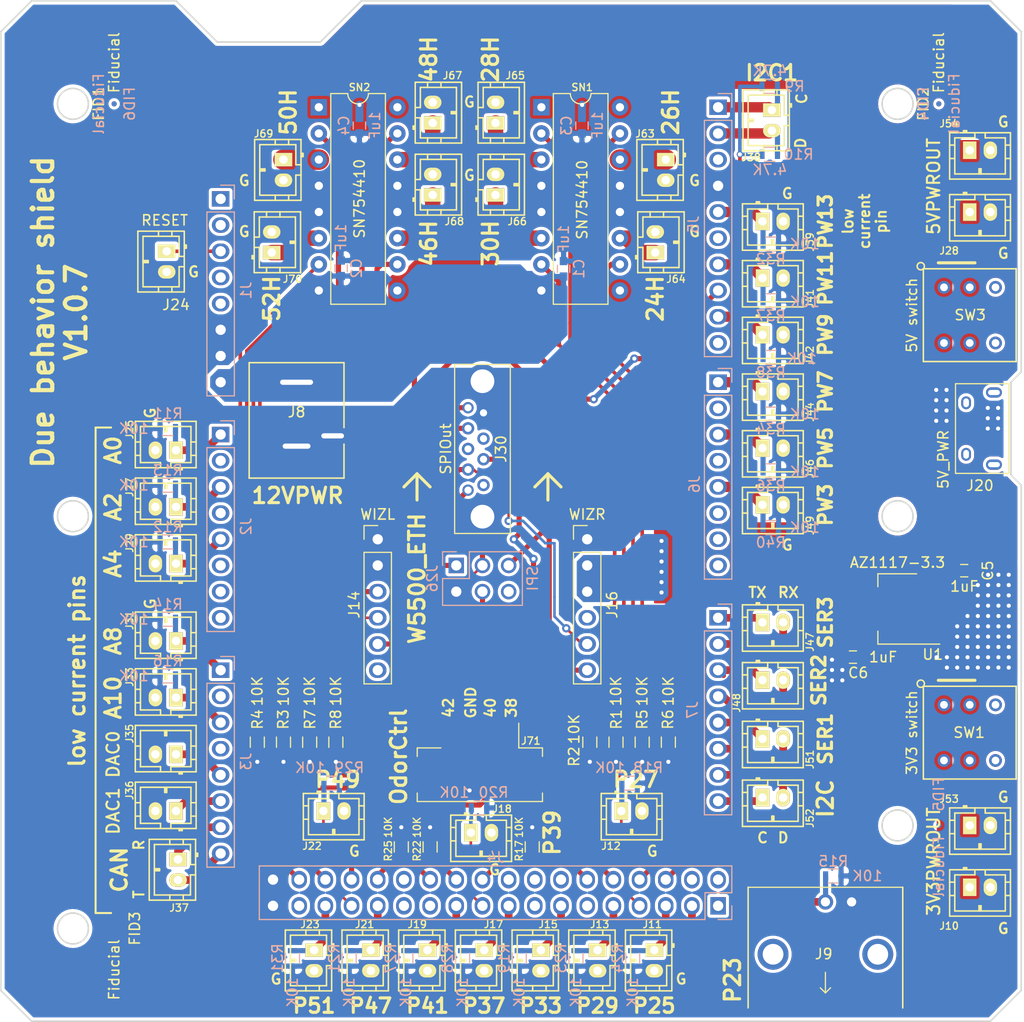
<source format=kicad_pcb>
(kicad_pcb (version 20171130) (host pcbnew 5.1.2)
  (layers (0 F.Cu signal) (31 B.Cu signal) (34 B.Paste user) (35 F.Paste user) (36 B.SilkS user) (37 F.SilkS user) (38 B.Mask user) (39 F.Mask user) (44 Edge.Cuts user))
  (net 0 "")
  (net 1 +5V)
  (net 2 GND)
  (net 3 +3V3)
  (net 4 /A0)
  (net 5 /A2)
  (net 6 /A4)
  (net 7 /A8)
  (net 8 /A10)
  (net 9 /DAC0)
  (net 10 /CANRX)
  (net 11 /DAC1)
  (net 12 /CANTX)
  (net 13 /23)
  (net 14 /25)
  (net 15 /27)
  (net 16 /28)
  (net 17 /29)
  (net 18 /30)
  (net 19 /33)
  (net 20 /37)
  (net 21 /39)
  (net 22 /41)
  (net 23 /47)
  (net 24 /49)
  (net 25 /51)
  (net 26 /SCL1)
  (net 27 /PWM13)
  (net 28 /PWM11)
  (net 29 /PWM9)
  (net 30 /SDA1)
  (net 31 /PWM7)
  (net 32 /PWM5)
  (net 33 /PWM3)
  (net 34 /TX3)
  (net 35 /TX2)
  (net 36 /TX1)
  (net 37 /SDA)
  (net 38 /RX3)
  (net 39 /RX2)
  (net 40 /RX1)
  (net 41 /SCL)
  (net 42 +12V)
  (net 43 /46)
  (net 44 /48)
  (net 45 /50)
  (net 46 /52)
  (net 47 /38)
  (net 48 /40)
  (net 49 /42)
  (net 50 "Net-(J10-Pad1)")
  (net 51 "Net-(J28-Pad1)")
  (net 52 /24)
  (net 53 /26)
  (net 54 "Net-(J67-Pad1)")
  (net 55 "Net-(J68-Pad1)")
  (net 56 "Net-(J69-Pad1)")
  (net 57 "Net-(J70-Pad1)")
  (net 58 "Net-(J63-Pad1)")
  (net 59 "Net-(J64-Pad1)")
  (net 60 "Net-(J65-Pad1)")
  (net 61 "Net-(J66-Pad1)")
  (net 62 /MISO)
  (net 63 /SCK)
  (net 64 /RST)
  (net 65 /MOSI)
  (net 66 /SPI_SS)
  (net 67 "Net-(J20-Pad6)")
  (net 68 /Reset)
  (module Fiducials:Fiducial_0.5mm_Dia_1mm_Outer (layer B.Cu) (at 112.86 72.695 90)
    (fp_text reference FID6 (at 0 1.5 90) (layer B.SilkS) (effects (justify mirror)))
    (fp_text value Fiducial (at 0 -1.5 90) (layer B.SilkS) (effects (justify mirror)))
    (pad ~ smd circle (at 0 0 90) (size 0.5 0.5) (layers B.Cu B.Mask) (clearance 0.25))
  )
  (module Fiducials:Fiducial_0.5mm_Dia_1mm_Outer (layer B.Cu) (at 192.86 142.695 90)
    (fp_text reference FID5 (at 3 0 90) (layer B.SilkS) (effects (justify mirror)))
    (fp_text value Fiducial (at -4 0 90) (layer B.SilkS) (effects (justify mirror)))
    (pad ~ smd circle (at 0 0 90) (size 0.5 0.5) (layers B.Cu B.Mask) (clearance 0.25))
  )
  (module Fiducials:Fiducial_0.5mm_Dia_1mm_Outer (layer B.Cu) (at 192.86 72.695 270)
    (fp_text reference FID4 (at 0 1.5 90) (layer B.SilkS) (effects (justify mirror)))
    (fp_text value Fiducial (at 0 -1.5 90) (layer B.SilkS) (effects (justify mirror)))
    (pad ~ smd circle (at 0 0 270) (size 0.5 0.5) (layers B.Cu B.Mask) (clearance 0.25))
  )
  (module Fiducials:Fiducial_0.5mm_Dia_1mm_Outer (layer F.Cu) (at 112.86 152.695 90)
    (fp_text reference FID3 (at 0 2 90) (layer F.SilkS))
    (fp_text value Fiducial (at -4 0 90) (layer F.SilkS))
    (pad ~ smd circle (at 0 0 90) (size 0.5 0.5) (layers F.Cu F.Mask) (clearance 0.25))
  )
  (module Fiducials:Fiducial_0.5mm_Dia_1mm_Outer (layer F.Cu) (at 192.86 72.695 90)
    (fp_text reference FID2 (at 0 -1.5 90) (layer F.SilkS))
    (fp_text value Fiducial (at 4 0 90) (layer F.SilkS))
    (pad ~ smd circle (at 0 0 90) (size 0.5 0.5) (layers F.Cu F.Mask) (clearance 0.25))
  )
  (module Fiducials:Fiducial_0.5mm_Dia_1mm_Outer (layer F.Cu) (at 112.86 72.695 90)
    (fp_text reference FID1 (at 0 -1.5 90) (layer F.SilkS))
    (fp_text value Fiducial (at 4 0 90) (layer F.SilkS))
    (pad ~ smd circle (at 0 0 90) (size 0.5 0.5) (layers F.Cu F.Mask) (clearance 0.25))
  )
  (module additional_connectors:Connectors_JST_B2B-PH-K (layer F.Cu) (at 117.96 86.995 270)
    (fp_text reference J24 (at 5.2 -0.9 180) (layer F.SilkS))
    (fp_text value RESET (at -3 0.2) (layer F.SilkS))
    (pad 2 thru_hole oval (at 2 0 270) (size 1.3 1.7) (drill 0.82) (layers *.Cu *.Mask F.SilkS) (net 2 GND))
    (pad 1 thru_hole rect (at 0 0 270) (size 1.3 1.7) (drill 0.82) (layers *.Cu *.Mask F.SilkS) (net 68 /Reset))
  )
  (module Connectors:USB_Micro-B (layer F.Cu) (at 196.86 104.195 90)
    (fp_text reference J20 (at -5.533 -0.01 180) (layer F.SilkS))
    (fp_text value 5V_PWR (at -2.993 -3.566 90) (layer F.SilkS))
    (pad 1 smd rect (at -1.3 -1.35 180) (size 1.35 0.4) (layers F.Cu F.Paste F.Mask) (net 1 +5V))
    (pad 2 smd rect (at -0.65 -1.35 180) (size 1.35 0.4) (layers F.Cu F.Paste F.Mask))
    (pad 3 smd rect (at 0 -1.35 180) (size 1.35 0.4) (layers F.Cu F.Paste F.Mask))
    (pad 4 smd rect (at 0.65 -1.35 180) (size 1.35 0.4) (layers F.Cu F.Paste F.Mask))
    (pad 5 smd rect (at 1.3 -1.35 180) (size 1.35 0.4) (layers F.Cu F.Paste F.Mask) (net 2 GND))
    (pad 6 thru_hole oval (at -2.5 -1.35 180) (size 0.95 1.25) (drill oval 0.55 0.85) (layers *.Cu *.Mask) (net 67 "Net-(J20-Pad6)"))
    (pad 6 thru_hole oval (at 2.5 -1.35 180) (size 0.95 1.25) (drill oval 0.55 0.85) (layers *.Cu *.Mask) (net 67 "Net-(J20-Pad6)"))
    (pad 6 thru_hole oval (at -3.5 1.35 180) (size 1.55 1) (drill oval 1.15 0.5) (layers *.Cu *.Mask) (net 67 "Net-(J20-Pad6)"))
    (pad 6 thru_hole oval (at 3.5 1.35 180) (size 1.55 1) (drill oval 1.15 0.5) (layers *.Cu *.Mask) (net 67 "Net-(J20-Pad6)"))
  )
  (module TO_SOT_Packages_SMD:SOT-223-3_TabPin2 (layer F.Cu) (at 188.86 121.695 180)
    (fp_text reference U1 (at -3.418 -4.416) (layer F.SilkS))
    (fp_text value AZ1117-3.3 (at 0 4.5) (layer F.SilkS))
    (pad 2 smd rect (at 3.15 0 180) (size 2 3.8) (layers F.Cu F.Paste F.Mask) (net 3 +3V3))
    (pad 2 smd rect (at -3.15 0 180) (size 2 1.5) (layers F.Cu F.Paste F.Mask) (net 3 +3V3))
    (pad 3 smd rect (at -3.15 2.3 180) (size 2 1.5) (layers F.Cu F.Paste F.Mask) (net 1 +5V))
    (pad 1 smd rect (at -3.15 -2.3 180) (size 2 1.5) (layers F.Cu F.Paste F.Mask) (net 2 GND))
  )
  (module Capacitors_SMD:C_0603 (layer F.Cu) (at 184.531 126.365)
    (fp_text reference C6 (at 0.508 1.524) (layer F.SilkS))
    (fp_text value 1uF (at 2.921 0) (layer F.SilkS))
    (pad 2 smd rect (at 0.75 0) (size 0.8 0.75) (layers F.Cu F.Paste F.Mask) (net 3 +3V3))
    (pad 1 smd rect (at -0.75 0) (size 0.8 0.75) (layers F.Cu F.Paste F.Mask) (net 2 GND))
  )
  (module Capacitors_SMD:C_0603 (layer F.Cu) (at 195.326 117.983 180)
    (fp_text reference C5 (at -2.286 0 90) (layer F.SilkS))
    (fp_text value 1uF (at 0 -1.524 180) (layer F.SilkS))
    (pad 2 smd rect (at 0.75 0 180) (size 0.8 0.75) (layers F.Cu F.Paste F.Mask) (net 1 +5V))
    (pad 1 smd rect (at -0.75 0 180) (size 0.8 0.75) (layers F.Cu F.Paste F.Mask) (net 2 GND))
  )
  (module additional_devices:DPDT_Button_switch (layer F.Cu) (at 195.86 133.695)
    (fp_text reference SW1 (at -0.055 -0.005) (layer F.SilkS))
    (fp_text value "3V3 switch" (at -5.614 0 90) (layer F.SilkS))
    (pad 1 thru_hole circle (at -2.5 -2.7) (size 1.25 1.25) (drill 0.75) (layers *.Cu *.Mask) (net 3 +3V3))
    (pad 2 thru_hole circle (at 0 -2.7) (size 1.25 1.25) (drill 0.75) (layers *.Cu *.Mask) (net 50 "Net-(J10-Pad1)"))
    (pad 3 thru_hole circle (at 2.5 -2.7) (size 1.25 1.25) (drill 0.75) (layers *.Cu *.Mask))
    (pad 4 thru_hole circle (at -2.5 2.7) (size 1.25 1.25) (drill 0.75) (layers *.Cu *.Mask) (net 3 +3V3))
    (pad 5 thru_hole circle (at 0 2.7) (size 1.25 1.25) (drill 0.75) (layers *.Cu *.Mask) (net 50 "Net-(J10-Pad1)"))
    (pad 6 thru_hole circle (at 2.5 2.7) (size 1.25 1.25) (drill 0.75) (layers *.Cu *.Mask))
  )
  (module additional_devices:DPDT_Button_switch (layer F.Cu) (at 195.86 93.195)
    (fp_text reference SW3 (at 0.045 -0.01) (layer F.SilkS))
    (fp_text value "5V switch" (at -5.614 0 90) (layer F.SilkS))
    (pad 1 thru_hole circle (at -2.5 -2.7) (size 1.25 1.25) (drill 0.75) (layers *.Cu *.Mask) (net 1 +5V))
    (pad 2 thru_hole circle (at 0 -2.7) (size 1.25 1.25) (drill 0.75) (layers *.Cu *.Mask) (net 51 "Net-(J28-Pad1)"))
    (pad 3 thru_hole circle (at 2.5 -2.7) (size 1.25 1.25) (drill 0.75) (layers *.Cu *.Mask))
    (pad 4 thru_hole circle (at -2.5 2.7) (size 1.25 1.25) (drill 0.75) (layers *.Cu *.Mask) (net 1 +5V))
    (pad 5 thru_hole circle (at 0 2.7) (size 1.25 1.25) (drill 0.75) (layers *.Cu *.Mask) (net 51 "Net-(J28-Pad1)"))
    (pad 6 thru_hole circle (at 2.5 2.7) (size 1.25 1.25) (drill 0.75) (layers *.Cu *.Mask))
  )
  (module additional_connectors:USB3_A_vertical_molex (layer F.Cu) (at 148.59 106.172 90)
    (fp_text reference J30 (at 0 1.8 90) (layer F.SilkS))
    (fp_text value SPIOut (at 0 -3.556 90) (layer F.SilkS))
    (pad 10 thru_hole circle (at -6.57 0 90) (size 3.3 3.3) (drill 2.3) (layers *.Cu *.Mask) (net 2 GND))
    (pad 10 thru_hole circle (at 6.57 0 90) (size 3.3 3.3) (drill 2.3) (layers *.Cu *.Mask) (net 2 GND))
    (pad 1 thru_hole circle (at -3.5 0.1 90) (size 1.2 1.2) (drill 0.7) (layers *.Cu *.Mask))
    (pad 2 thru_hole circle (at -1 0.1 90) (size 1.2 1.2) (drill 0.7) (layers *.Cu *.Mask) (net 65 /MOSI))
    (pad 3 thru_hole circle (at 1 0.1 90) (size 1.2 1.2) (drill 0.7) (layers *.Cu *.Mask))
    (pad 4 thru_hole circle (at 3.5 0.1 90) (size 1.2 1.2) (drill 0.7) (layers *.Cu *.Mask) (net 2 GND))
    (pad 5 thru_hole circle (at 4 -1.4 90) (size 1.1 1.1) (drill 0.7) (layers *.Cu *.Mask) (net 62 /MISO))
    (pad 6 thru_hole circle (at 2 -1.4 90) (size 1.2 1.2) (drill 0.7) (layers *.Cu *.Mask) (net 66 /SPI_SS))
    (pad 7 thru_hole circle (at 0 -1.4 90) (size 1.2 1.2) (drill 0.7) (layers *.Cu *.Mask))
    (pad 8 thru_hole circle (at -2 -1.4 90) (size 1.2 1.2) (drill 0.7) (layers *.Cu *.Mask) (net 64 /RST))
    (pad 9 thru_hole circle (at -4 -1.4 90) (size 1.1 1.1) (drill 0.7) (layers *.Cu *.Mask) (net 63 /SCK))
  )
  (module additional_connectors:BNC_right_angle (layer F.Cu) (at 181.86 155.195)
    (fp_text reference J9 (at -0.168 -0.026) (layer F.SilkS))
    (fp_text value P23 (at -9 2.5 90) (layer F.SilkS) (effects (font (size 1.5 1.5) (thickness 0.3))))
    (pad 1 thru_hole circle (at 0 -5.08) (size 1.5 1.5) (drill 0.9) (layers *.Cu *.Mask) (net 13 /23))
    (pad 2 thru_hole circle (at 2.54 -5.08) (size 1.5 1.5) (drill 0.9) (layers *.Cu *.Mask) (net 2 GND))
    (pad "" thru_hole circle (at -5.08 0) (size 3 3) (drill 2.01) (layers *.Cu *.Mask))
    (pad "" thru_hole circle (at 5.08 0) (size 3 3) (drill 2.01) (layers *.Cu *.Mask))
  )
  (module Housings_DIP:DIP-16_W7.62mm (layer F.Cu) (at 154.305 73.025)
    (fp_text reference SN1 (at 3.955 -1.93) (layer F.SilkS) (effects (font (size 0.7 0.7) (thickness 0.13))))
    (fp_text value SN754410 (at 3.955 8.97 90) (layer F.SilkS))
    (pad 1 thru_hole rect (at 0 0) (size 1.6 1.6) (drill 0.8) (layers *.Cu *.Mask) (net 1 +5V))
    (pad 9 thru_hole oval (at 7.62 17.78) (size 1.6 1.6) (drill 0.8) (layers *.Cu *.Mask) (net 1 +5V))
    (pad 2 thru_hole oval (at 0 2.54) (size 1.6 1.6) (drill 0.8) (layers *.Cu *.Mask) (net 16 /28))
    (pad 10 thru_hole oval (at 7.62 15.24) (size 1.6 1.6) (drill 0.8) (layers *.Cu *.Mask) (net 52 /24))
    (pad 3 thru_hole oval (at 0 5.08) (size 1.6 1.6) (drill 0.8) (layers *.Cu *.Mask) (net 60 "Net-(J65-Pad1)"))
    (pad 11 thru_hole oval (at 7.62 12.7) (size 1.6 1.6) (drill 0.8) (layers *.Cu *.Mask) (net 59 "Net-(J64-Pad1)"))
    (pad 4 thru_hole oval (at 0 7.62) (size 1.6 1.6) (drill 0.8) (layers *.Cu *.Mask) (net 2 GND))
    (pad 12 thru_hole oval (at 7.62 10.16) (size 1.6 1.6) (drill 0.8) (layers *.Cu *.Mask) (net 2 GND))
    (pad 5 thru_hole oval (at 0 10.16) (size 1.6 1.6) (drill 0.8) (layers *.Cu *.Mask) (net 2 GND))
    (pad 13 thru_hole oval (at 7.62 7.62) (size 1.6 1.6) (drill 0.8) (layers *.Cu *.Mask) (net 2 GND))
    (pad 6 thru_hole oval (at 0 12.7) (size 1.6 1.6) (drill 0.8) (layers *.Cu *.Mask) (net 61 "Net-(J66-Pad1)"))
    (pad 14 thru_hole oval (at 7.62 5.08) (size 1.6 1.6) (drill 0.8) (layers *.Cu *.Mask) (net 58 "Net-(J63-Pad1)"))
    (pad 7 thru_hole oval (at 0 15.24) (size 1.6 1.6) (drill 0.8) (layers *.Cu *.Mask) (net 18 /30))
    (pad 15 thru_hole oval (at 7.62 2.54) (size 1.6 1.6) (drill 0.8) (layers *.Cu *.Mask) (net 53 /26))
    (pad 8 thru_hole oval (at 0 17.78) (size 1.6 1.6) (drill 0.8) (layers *.Cu *.Mask) (net 42 +12V))
    (pad 16 thru_hole oval (at 7.62 0) (size 1.6 1.6) (drill 0.8) (layers *.Cu *.Mask) (net 1 +5V))
  )
  (module Housings_DIP:DIP-16_W7.62mm (layer F.Cu) (at 132.715 73.025)
    (fp_text reference SN2 (at 3.945 -1.93) (layer F.SilkS) (effects (font (size 0.7 0.7) (thickness 0.13))))
    (fp_text value SN754410 (at 3.945 8.87 90) (layer F.SilkS))
    (pad 1 thru_hole rect (at 0 0) (size 1.6 1.6) (drill 0.8) (layers *.Cu *.Mask) (net 1 +5V))
    (pad 9 thru_hole oval (at 7.62 17.78) (size 1.6 1.6) (drill 0.8) (layers *.Cu *.Mask) (net 1 +5V))
    (pad 2 thru_hole oval (at 0 2.54) (size 1.6 1.6) (drill 0.8) (layers *.Cu *.Mask) (net 45 /50))
    (pad 10 thru_hole oval (at 7.62 15.24) (size 1.6 1.6) (drill 0.8) (layers *.Cu *.Mask) (net 43 /46))
    (pad 3 thru_hole oval (at 0 5.08) (size 1.6 1.6) (drill 0.8) (layers *.Cu *.Mask) (net 56 "Net-(J69-Pad1)"))
    (pad 11 thru_hole oval (at 7.62 12.7) (size 1.6 1.6) (drill 0.8) (layers *.Cu *.Mask) (net 55 "Net-(J68-Pad1)"))
    (pad 4 thru_hole oval (at 0 7.62) (size 1.6 1.6) (drill 0.8) (layers *.Cu *.Mask) (net 2 GND))
    (pad 12 thru_hole oval (at 7.62 10.16) (size 1.6 1.6) (drill 0.8) (layers *.Cu *.Mask) (net 2 GND))
    (pad 5 thru_hole oval (at 0 10.16) (size 1.6 1.6) (drill 0.8) (layers *.Cu *.Mask) (net 2 GND))
    (pad 13 thru_hole oval (at 7.62 7.62) (size 1.6 1.6) (drill 0.8) (layers *.Cu *.Mask) (net 2 GND))
    (pad 6 thru_hole oval (at 0 12.7) (size 1.6 1.6) (drill 0.8) (layers *.Cu *.Mask) (net 57 "Net-(J70-Pad1)"))
    (pad 14 thru_hole oval (at 7.62 5.08) (size 1.6 1.6) (drill 0.8) (layers *.Cu *.Mask) (net 54 "Net-(J67-Pad1)"))
    (pad 7 thru_hole oval (at 0 15.24) (size 1.6 1.6) (drill 0.8) (layers *.Cu *.Mask) (net 46 /52))
    (pad 15 thru_hole oval (at 7.62 2.54) (size 1.6 1.6) (drill 0.8) (layers *.Cu *.Mask) (net 44 /48))
    (pad 8 thru_hole oval (at 0 17.78) (size 1.6 1.6) (drill 0.8) (layers *.Cu *.Mask) (net 42 +12V))
    (pad 16 thru_hole oval (at 7.62 0) (size 1.6 1.6) (drill 0.8) (layers *.Cu *.Mask) (net 1 +5V))
  )
  (module additional_connectors:Connectors_JST_B2B-PH-K (layer F.Cu) (at 166.37 78.105 270)
    (fp_text reference J63 (at -2.51 2.01) (layer F.SilkS) (effects (font (size 0.7 0.7) (thickness 0.13))))
    (fp_text value 26H (at -4.61 -0.49 90) (layer F.SilkS) (effects (font (size 1.5 1.5) (thickness 0.3))))
    (pad 1 thru_hole rect (at 0 0 270) (size 1.3 1.7) (drill 0.82) (layers *.Cu *.Mask F.SilkS) (net 58 "Net-(J63-Pad1)"))
    (pad 2 thru_hole oval (at 2 0 270) (size 1.3 1.7) (drill 0.82) (layers *.Cu *.Mask F.SilkS) (net 2 GND))
  )
  (module additional_connectors:Connectors_JST_B2B-PH-K (layer F.Cu) (at 165.354 87.122 90)
    (fp_text reference J64 (at -2.573 2.006 180) (layer F.SilkS) (effects (font (size 0.7 0.7) (thickness 0.13))))
    (fp_text value 24H (at -4.473 0.006 270) (layer F.SilkS) (effects (font (size 1.5 1.5) (thickness 0.3))))
    (pad 1 thru_hole rect (at 0 0 90) (size 1.3 1.7) (drill 0.82) (layers *.Cu *.Mask F.SilkS) (net 59 "Net-(J64-Pad1)"))
    (pad 2 thru_hole oval (at 2 0 90) (size 1.3 1.7) (drill 0.82) (layers *.Cu *.Mask F.SilkS) (net 2 GND))
  )
  (module additional_connectors:Connectors_JST_B2B-PH-K (layer F.Cu) (at 149.86 74.549 90)
    (fp_text reference J65 (at 4.602 1.916 -180) (layer F.SilkS) (effects (font (size 0.7 0.7) (thickness 0.13))))
    (fp_text value 28H (at 6.185 -0.484 -90) (layer F.SilkS) (effects (font (size 1.5 1.5) (thickness 0.3))))
    (pad 1 thru_hole rect (at 0 0 90) (size 1.3 1.7) (drill 0.82) (layers *.Cu *.Mask F.SilkS) (net 60 "Net-(J65-Pad1)"))
    (pad 2 thru_hole oval (at 2 0 90) (size 1.3 1.7) (drill 0.82) (layers *.Cu *.Mask F.SilkS) (net 2 GND))
  )
  (module additional_connectors:Connectors_JST_B2B-PH-K (layer F.Cu) (at 149.86 81.534 90)
    (fp_text reference J66 (at -2.573 2.1 180) (layer F.SilkS) (effects (font (size 0.7 0.7) (thickness 0.13))))
    (fp_text value 30H (at -4.699 -0.484 90) (layer F.SilkS) (effects (font (size 1.5 1.5) (thickness 0.3))))
    (pad 1 thru_hole rect (at 0 0 90) (size 1.3 1.7) (drill 0.82) (layers *.Cu *.Mask F.SilkS) (net 61 "Net-(J66-Pad1)"))
    (pad 2 thru_hole oval (at 2 0 90) (size 1.3 1.7) (drill 0.82) (layers *.Cu *.Mask F.SilkS) (net 2 GND))
  )
  (module additional_connectors:Connectors_JST_B2B-PH-K (layer F.Cu) (at 143.764 74.549 90)
    (fp_text reference J67 (at 4.602 1.92 -180) (layer F.SilkS) (effects (font (size 0.7 0.7) (thickness 0.13))))
    (fp_text value 48H (at 6.185 -0.38 -90) (layer F.SilkS) (effects (font (size 1.5 1.5) (thickness 0.3))))
    (pad 1 thru_hole rect (at 0 0 90) (size 1.3 1.7) (drill 0.82) (layers *.Cu *.Mask F.SilkS) (net 54 "Net-(J67-Pad1)"))
    (pad 2 thru_hole oval (at 2 0 90) (size 1.3 1.7) (drill 0.82) (layers *.Cu *.Mask F.SilkS) (net 2 GND))
  )
  (module additional_connectors:Connectors_JST_B2B-PH-K (layer F.Cu) (at 143.764 81.534 90)
    (fp_text reference J68 (at -2.573 2.096 180) (layer F.SilkS) (effects (font (size 0.7 0.7) (thickness 0.13))))
    (fp_text value 46H (at -4.699 -0.38 270) (layer F.SilkS) (effects (font (size 1.5 1.5) (thickness 0.3))))
    (pad 1 thru_hole rect (at 0 0 90) (size 1.3 1.7) (drill 0.82) (layers *.Cu *.Mask F.SilkS) (net 55 "Net-(J68-Pad1)"))
    (pad 2 thru_hole oval (at 2 0 90) (size 1.3 1.7) (drill 0.82) (layers *.Cu *.Mask F.SilkS) (net 2 GND))
  )
  (module additional_connectors:Connectors_JST_B2B-PH-K (layer F.Cu) (at 129.286 78.105 270)
    (fp_text reference J69 (at -2.51 1.926) (layer F.SilkS) (effects (font (size 0.7 0.7) (thickness 0.13))))
    (fp_text value 50H (at -4.61 -0.474 270) (layer F.SilkS) (effects (font (size 1.5 1.5) (thickness 0.3))))
    (pad 1 thru_hole rect (at 0 0 270) (size 1.3 1.7) (drill 0.82) (layers *.Cu *.Mask F.SilkS) (net 56 "Net-(J69-Pad1)"))
    (pad 2 thru_hole oval (at 2 0 270) (size 1.3 1.7) (drill 0.82) (layers *.Cu *.Mask F.SilkS) (net 2 GND))
  )
  (module additional_connectors:Connectors_JST_B2B-PH-K (layer F.Cu) (at 128.143 87.122 90)
    (fp_text reference J70 (at -2.573 2.017 180) (layer F.SilkS) (effects (font (size 0.7 0.7) (thickness 0.13))))
    (fp_text value 52H (at -4.473 0.017 270) (layer F.SilkS) (effects (font (size 1.5 1.5) (thickness 0.3))))
    (pad 1 thru_hole rect (at 0 0 90) (size 1.3 1.7) (drill 0.82) (layers *.Cu *.Mask F.SilkS) (net 57 "Net-(J70-Pad1)"))
    (pad 2 thru_hole oval (at 2 0 90) (size 1.3 1.7) (drill 0.82) (layers *.Cu *.Mask F.SilkS) (net 2 GND))
  )
  (module additional_connectors:Connectors_JST_B2B-PH-K (layer F.Cu) (at 195.86 142.695)
    (fp_text reference J53 (at -2 -2.565 180) (layer F.SilkS) (effects (font (size 0.7 0.7) (thickness 0.13))))
    (fp_text value 3V3PWROUT hide)
    (pad 1 thru_hole rect (at 0 0) (size 1.3 1.7) (drill 0.82) (layers *.Cu *.Mask F.SilkS) (net 50 "Net-(J10-Pad1)"))
    (pad 2 thru_hole oval (at 2 0) (size 1.3 1.7) (drill 0.82) (layers *.Cu *.Mask F.SilkS) (net 2 GND))
  )
  (module additional_connectors:Connectors_JST_B2B-PH-K (layer F.Cu) (at 195.86 77.195)
    (fp_text reference J54 (at -2 -2.58 180) (layer F.SilkS) (effects (font (size 0.7 0.7) (thickness 0.13))))
    (fp_text value 5VPWROUT hide)
    (pad 1 thru_hole rect (at 0 0) (size 1.3 1.7) (drill 0.82) (layers *.Cu *.Mask F.SilkS) (net 51 "Net-(J28-Pad1)"))
    (pad 2 thru_hole oval (at 2 0) (size 1.3 1.7) (drill 0.82) (layers *.Cu *.Mask F.SilkS) (net 2 GND))
  )
  (module additional_connectors:Connectors_JST_B2B-PH-K (layer F.Cu) (at 195.86 148.695)
    (fp_text reference J10 (at -2 3.75 180) (layer F.SilkS) (effects (font (size 0.7 0.7) (thickness 0.13))))
    (fp_text value 3V3PWROUT (at -3.5 -2.5 270) (layer F.SilkS) (effects (font (size 1.2 1.2) (thickness 0.2))))
    (pad 1 thru_hole rect (at 0 0) (size 1.3 1.7) (drill 0.82) (layers *.Cu *.Mask F.SilkS) (net 50 "Net-(J10-Pad1)"))
    (pad 2 thru_hole oval (at 2 0) (size 1.3 1.7) (drill 0.82) (layers *.Cu *.Mask F.SilkS) (net 2 GND))
  )
  (module additional_connectors:Connectors_JST_B2B-PH-K (layer F.Cu) (at 195.86 83.195)
    (fp_text reference J28 (at -2 3.75 180) (layer F.SilkS) (effects (font (size 0.7 0.7) (thickness 0.13))))
    (fp_text value 5VPWROUT (at -3.5 -2.5 270) (layer F.SilkS) (effects (font (size 1.2 1.2) (thickness 0.2))))
    (pad 1 thru_hole rect (at 0 0) (size 1.3 1.7) (drill 0.82) (layers *.Cu *.Mask F.SilkS) (net 51 "Net-(J28-Pad1)"))
    (pad 2 thru_hole oval (at 2 0) (size 1.3 1.7) (drill 0.82) (layers *.Cu *.Mask F.SilkS) (net 2 GND))
  )
  (module Connectors_JST:JST_PH_B4B-PH-SM4-TB_04x2.00mm_Straight (layer F.Cu) (at 148.336 136.652 180)
    (fp_text reference J71 (at -4.953 2.159) (layer F.SilkS) (effects (font (size 0.7 0.7) (thickness 0.13))))
    (fp_text value OdorCtrl (at 7.874 0.635 270) (layer F.SilkS) (effects (font (size 1.5 1.5) (thickness 0.3))))
    (pad 1 smd rect (at -3 1.125 180) (size 1 5.5) (layers F.Cu F.Paste F.Mask) (net 47 /38))
    (pad 2 smd rect (at -1 1.125 180) (size 1 5.5) (layers F.Cu F.Paste F.Mask) (net 48 /40))
    (pad 3 smd rect (at 1 1.125 180) (size 1 5.5) (layers F.Cu F.Paste F.Mask) (net 2 GND))
    (pad 4 smd rect (at 3 1.125 180) (size 1 5.5) (layers F.Cu F.Paste F.Mask) (net 49 /42))
    (pad "" smd rect (at -5.4 -1.125 180) (size 1.6 3) (layers F.Cu F.Paste F.Mask))
    (pad "" smd rect (at 5.4 -1.125 180) (size 1.6 3) (layers F.Cu F.Paste F.Mask))
  )
  (module Pin_Headers:Pin_Header_Straight_1x08_Pitch2.54mm (layer B.Cu) (at 123.19 81.915 180)
    (fp_text reference J1 (at -2.47 -8.88 270) (layer B.SilkS) (effects (justify mirror)))
    (fp_text value UpperLeft hide)
    (pad 1 thru_hole rect (at 0 0 180) (size 1.7 1.5) (drill 1) (layers *.Cu *.Mask))
    (pad 2 thru_hole oval (at 0 -2.54 180) (size 1.7 1.5) (drill 1) (layers *.Cu *.Mask))
    (pad 3 thru_hole oval (at 0 -5.08 180) (size 1.7 1.5) (drill 1) (layers *.Cu *.Mask) (net 68 /Reset))
    (pad 4 thru_hole oval (at 0 -7.62 180) (size 1.7 1.5) (drill 1) (layers *.Cu *.Mask))
    (pad 5 thru_hole oval (at 0 -10.16 180) (size 1.7 1.5) (drill 1) (layers *.Cu *.Mask))
    (pad 6 thru_hole oval (at 0 -12.7 180) (size 1.7 1.5) (drill 1) (layers *.Cu *.Mask) (net 2 GND))
    (pad 7 thru_hole oval (at 0 -15.24 180) (size 1.7 1.5) (drill 1) (layers *.Cu *.Mask) (net 2 GND))
    (pad 8 thru_hole oval (at 0 -17.78 180) (size 1.7 1.5) (drill 1) (layers *.Cu *.Mask) (net 42 +12V))
  )
  (module Pin_Headers:Pin_Header_Straight_1x08_Pitch2.54mm (layer B.Cu) (at 123.19 104.775 180)
    (fp_text reference J2 (at -2.47 -8.92 270) (layer B.SilkS) (effects (justify mirror)))
    (fp_text value MiddleLeft hide)
    (pad 1 thru_hole rect (at 0 0 180) (size 1.7 1.5) (drill 1) (layers *.Cu *.Mask) (net 4 /A0))
    (pad 2 thru_hole oval (at 0 -2.54 180) (size 1.7 1.5) (drill 1) (layers *.Cu *.Mask))
    (pad 3 thru_hole oval (at 0 -5.08 180) (size 1.7 1.5) (drill 1) (layers *.Cu *.Mask) (net 5 /A2))
    (pad 4 thru_hole oval (at 0 -7.62 180) (size 1.7 1.5) (drill 1) (layers *.Cu *.Mask))
    (pad 5 thru_hole oval (at 0 -10.16 180) (size 1.7 1.5) (drill 1) (layers *.Cu *.Mask) (net 6 /A4))
    (pad 6 thru_hole oval (at 0 -12.7 180) (size 1.7 1.5) (drill 1) (layers *.Cu *.Mask))
    (pad 7 thru_hole oval (at 0 -15.24 180) (size 1.7 1.5) (drill 1) (layers *.Cu *.Mask))
    (pad 8 thru_hole oval (at 0 -17.78 180) (size 1.7 1.5) (drill 1) (layers *.Cu *.Mask))
  )
  (module Pin_Headers:Pin_Header_Straight_1x08_Pitch2.54mm (layer B.Cu) (at 123.19 127.635 180)
    (fp_text reference J3 (at -2.47 -8.86 90) (layer B.SilkS) (effects (justify mirror)))
    (fp_text value LowerLeft hide)
    (pad 1 thru_hole rect (at 0 0 180) (size 1.7 1.5) (drill 1) (layers *.Cu *.Mask) (net 7 /A8))
    (pad 2 thru_hole oval (at 0 -2.54 180) (size 1.7 1.5) (drill 1) (layers *.Cu *.Mask))
    (pad 3 thru_hole oval (at 0 -5.08 180) (size 1.7 1.5) (drill 1) (layers *.Cu *.Mask) (net 8 /A10))
    (pad 4 thru_hole oval (at 0 -7.62 180) (size 1.7 1.5) (drill 1) (layers *.Cu *.Mask))
    (pad 5 thru_hole oval (at 0 -10.16 180) (size 1.7 1.5) (drill 1) (layers *.Cu *.Mask) (net 9 /DAC0))
    (pad 6 thru_hole oval (at 0 -12.7 180) (size 1.7 1.5) (drill 1) (layers *.Cu *.Mask) (net 11 /DAC1))
    (pad 7 thru_hole oval (at 0 -15.24 180) (size 1.7 1.5) (drill 1) (layers *.Cu *.Mask) (net 10 /CANRX))
    (pad 8 thru_hole oval (at 0 -17.78 180) (size 1.7 1.5) (drill 1) (layers *.Cu *.Mask) (net 12 /CANTX))
  )
  (module Pin_Headers:Pin_Header_Straight_2x18_Pitch2.54mm (layer B.Cu) (at 171.45 150.495 90)
    (fp_text reference J4 (at 4.7 -21.59 180) (layer B.SilkS) (effects (justify mirror)))
    (fp_text value Bottom hide)
    (pad 1 thru_hole rect (at 0 0 90) (size 1.7 1.5) (drill 1) (layers *.Cu *.Mask))
    (pad 2 thru_hole oval (at 2.54 0 90) (size 1.7 1.5) (drill 1) (layers *.Cu *.Mask))
    (pad 3 thru_hole oval (at 0 -2.54 90) (size 1.7 1.5) (drill 1) (layers *.Cu *.Mask) (net 13 /23))
    (pad 4 thru_hole oval (at 2.54 -2.54 90) (size 1.7 1.5) (drill 1) (layers *.Cu *.Mask))
    (pad 5 thru_hole oval (at 0 -5.08 90) (size 1.7 1.5) (drill 1) (layers *.Cu *.Mask) (net 14 /25))
    (pad 6 thru_hole oval (at 2.54 -5.08 90) (size 1.7 1.5) (drill 1) (layers *.Cu *.Mask) (net 52 /24))
    (pad 7 thru_hole oval (at 0 -7.62 90) (size 1.7 1.5) (drill 1) (layers *.Cu *.Mask) (net 15 /27))
    (pad 8 thru_hole oval (at 2.54 -7.62 90) (size 1.7 1.5) (drill 1) (layers *.Cu *.Mask) (net 53 /26))
    (pad 9 thru_hole oval (at 0 -10.16 90) (size 1.7 1.5) (drill 1) (layers *.Cu *.Mask) (net 17 /29))
    (pad 10 thru_hole oval (at 2.54 -10.16 90) (size 1.7 1.5) (drill 1) (layers *.Cu *.Mask) (net 16 /28))
    (pad 11 thru_hole oval (at 0 -12.7 90) (size 1.7 1.5) (drill 1) (layers *.Cu *.Mask))
    (pad 12 thru_hole oval (at 2.54 -12.7 90) (size 1.7 1.5) (drill 1) (layers *.Cu *.Mask) (net 18 /30))
    (pad 13 thru_hole oval (at 0 -15.24 90) (size 1.7 1.5) (drill 1) (layers *.Cu *.Mask) (net 19 /33))
    (pad 14 thru_hole oval (at 2.54 -15.24 90) (size 1.7 1.5) (drill 1) (layers *.Cu *.Mask))
    (pad 15 thru_hole oval (at 0 -17.78 90) (size 1.7 1.5) (drill 1) (layers *.Cu *.Mask))
    (pad 16 thru_hole oval (at 2.54 -17.78 90) (size 1.7 1.5) (drill 1) (layers *.Cu *.Mask))
    (pad 17 thru_hole oval (at 0 -20.32 90) (size 1.7 1.5) (drill 1) (layers *.Cu *.Mask) (net 20 /37))
    (pad 18 thru_hole oval (at 2.54 -20.32 90) (size 1.7 1.5) (drill 1) (layers *.Cu *.Mask))
    (pad 19 thru_hole oval (at 0 -22.86 90) (size 1.7 1.5) (drill 1) (layers *.Cu *.Mask) (net 21 /39))
    (pad 20 thru_hole oval (at 2.54 -22.86 90) (size 1.7 1.5) (drill 1) (layers *.Cu *.Mask) (net 47 /38))
    (pad 21 thru_hole oval (at 0 -25.4 90) (size 1.7 1.5) (drill 1) (layers *.Cu *.Mask) (net 22 /41))
    (pad 22 thru_hole oval (at 2.54 -25.4 90) (size 1.7 1.5) (drill 1) (layers *.Cu *.Mask) (net 48 /40))
    (pad 23 thru_hole oval (at 0 -27.94 90) (size 1.7 1.5) (drill 1) (layers *.Cu *.Mask))
    (pad 24 thru_hole oval (at 2.54 -27.94 90) (size 1.7 1.5) (drill 1) (layers *.Cu *.Mask) (net 49 /42))
    (pad 25 thru_hole oval (at 0 -30.48 90) (size 1.7 1.5) (drill 1) (layers *.Cu *.Mask))
    (pad 26 thru_hole oval (at 2.54 -30.48 90) (size 1.7 1.5) (drill 1) (layers *.Cu *.Mask))
    (pad 27 thru_hole oval (at 0 -33.02 90) (size 1.7 1.5) (drill 1) (layers *.Cu *.Mask) (net 23 /47))
    (pad 28 thru_hole oval (at 2.54 -33.02 90) (size 1.7 1.5) (drill 1) (layers *.Cu *.Mask) (net 43 /46))
    (pad 29 thru_hole oval (at 0 -35.56 90) (size 1.7 1.5) (drill 1) (layers *.Cu *.Mask) (net 24 /49))
    (pad 30 thru_hole oval (at 2.54 -35.56 90) (size 1.7 1.5) (drill 1) (layers *.Cu *.Mask) (net 44 /48))
    (pad 31 thru_hole oval (at 0 -38.1 90) (size 1.7 1.5) (drill 1) (layers *.Cu *.Mask) (net 25 /51))
    (pad 32 thru_hole oval (at 2.54 -38.1 90) (size 1.7 1.5) (drill 1) (layers *.Cu *.Mask) (net 45 /50))
    (pad 33 thru_hole oval (at 0 -40.64 90) (size 1.7 1.5) (drill 1) (layers *.Cu *.Mask))
    (pad 34 thru_hole oval (at 2.54 -40.64 90) (size 1.7 1.5) (drill 1) (layers *.Cu *.Mask) (net 46 /52))
    (pad 35 thru_hole oval (at 0 -43.18 90) (size 1.7 1.5) (drill 1) (layers *.Cu *.Mask) (net 2 GND))
    (pad 36 thru_hole oval (at 2.54 -43.18 90) (size 1.7 1.5) (drill 1) (layers *.Cu *.Mask) (net 2 GND))
  )
  (module Pin_Headers:Pin_Header_Straight_1x10_Pitch2.54mm (layer B.Cu) (at 171.45 73.025 180)
    (fp_text reference J5 (at 2.39 -11.37 270) (layer B.SilkS) (effects (justify mirror)))
    (fp_text value UpperRight hide)
    (pad 1 thru_hole rect (at 0 0 180) (size 1.7 1.5) (drill 1) (layers *.Cu *.Mask) (net 26 /SCL1))
    (pad 2 thru_hole oval (at 0 -2.54 180) (size 1.7 1.5) (drill 1) (layers *.Cu *.Mask) (net 30 /SDA1))
    (pad 3 thru_hole oval (at 0 -5.08 180) (size 1.7 1.5) (drill 1) (layers *.Cu *.Mask))
    (pad 4 thru_hole oval (at 0 -7.62 180) (size 1.7 1.5) (drill 1) (layers *.Cu *.Mask) (net 2 GND))
    (pad 5 thru_hole oval (at 0 -10.16 180) (size 1.7 1.5) (drill 1) (layers *.Cu *.Mask) (net 27 /PWM13))
    (pad 6 thru_hole oval (at 0 -12.7 180) (size 1.7 1.5) (drill 1) (layers *.Cu *.Mask))
    (pad 7 thru_hole oval (at 0 -15.24 180) (size 1.7 1.5) (drill 1) (layers *.Cu *.Mask) (net 28 /PWM11))
    (pad 8 thru_hole oval (at 0 -17.78 180) (size 1.7 1.5) (drill 1) (layers *.Cu *.Mask) (net 66 /SPI_SS))
    (pad 9 thru_hole oval (at 0 -20.32 180) (size 1.7 1.5) (drill 1) (layers *.Cu *.Mask) (net 29 /PWM9))
    (pad 10 thru_hole oval (at 0 -22.86 180) (size 1.7 1.5) (drill 1) (layers *.Cu *.Mask))
  )
  (module Pin_Headers:Pin_Header_Straight_1x08_Pitch2.54mm (layer B.Cu) (at 171.45 99.695 180)
    (fp_text reference J6 (at 2.286 -9.906 270) (layer B.SilkS) (effects (justify mirror)))
    (fp_text value MiddleRight hide)
    (pad 1 thru_hole rect (at 0 0 180) (size 1.7 1.5) (drill 1) (layers *.Cu *.Mask) (net 31 /PWM7))
    (pad 2 thru_hole oval (at 0 -2.54 180) (size 1.7 1.5) (drill 1) (layers *.Cu *.Mask))
    (pad 3 thru_hole oval (at 0 -5.08 180) (size 1.7 1.5) (drill 1) (layers *.Cu *.Mask) (net 32 /PWM5))
    (pad 4 thru_hole oval (at 0 -7.62 180) (size 1.7 1.5) (drill 1) (layers *.Cu *.Mask))
    (pad 5 thru_hole oval (at 0 -10.16 180) (size 1.7 1.5) (drill 1) (layers *.Cu *.Mask) (net 33 /PWM3))
    (pad 6 thru_hole oval (at 0 -12.7 180) (size 1.7 1.5) (drill 1) (layers *.Cu *.Mask))
    (pad 7 thru_hole oval (at 0 -15.24 180) (size 1.7 1.5) (drill 1) (layers *.Cu *.Mask))
    (pad 8 thru_hole oval (at 0 -17.78 180) (size 1.7 1.5) (drill 1) (layers *.Cu *.Mask))
  )
  (module Pin_Headers:Pin_Header_Straight_1x08_Pitch2.54mm (layer B.Cu) (at 171.45 122.555 180)
    (fp_text reference J7 (at 2.49 -8.94 270) (layer B.SilkS) (effects (justify mirror)))
    (fp_text value LowerRight hide)
    (pad 1 thru_hole rect (at 0 0 180) (size 1.7 1.5) (drill 1) (layers *.Cu *.Mask) (net 34 /TX3))
    (pad 2 thru_hole oval (at 0 -2.54 180) (size 1.7 1.5) (drill 1) (layers *.Cu *.Mask) (net 38 /RX3))
    (pad 3 thru_hole oval (at 0 -5.08 180) (size 1.7 1.5) (drill 1) (layers *.Cu *.Mask) (net 35 /TX2))
    (pad 4 thru_hole oval (at 0 -7.62 180) (size 1.7 1.5) (drill 1) (layers *.Cu *.Mask) (net 39 /RX2))
    (pad 5 thru_hole oval (at 0 -10.16 180) (size 1.7 1.7) (drill 1) (layers *.Cu *.Mask) (net 36 /TX1))
    (pad 6 thru_hole oval (at 0 -12.7 180) (size 1.7 1.5) (drill 1) (layers *.Cu *.Mask) (net 40 /RX1))
    (pad 7 thru_hole oval (at 0 -15.24 180) (size 1.7 1.5) (drill 1) (layers *.Cu *.Mask) (net 37 /SDA))
    (pad 8 thru_hole oval (at 0 -17.78 180) (size 1.7 1.5) (drill 1) (layers *.Cu *.Mask) (net 41 /SCL))
  )
  (module Pin_Headers:Pin_Header_Straight_2x03_Pitch2.54mm (layer B.Cu) (at 146.05 117.475 270)
    (fp_text reference J26 (at 1.27 2.33 270) (layer B.SilkS) (effects (justify mirror)))
    (fp_text value SPI (at 1.27 -7.41 270) (layer B.SilkS) (effects (justify mirror)))
    (pad 1 thru_hole rect (at 0 0 270) (size 1.5 1.5) (drill 1) (layers *.Cu *.Mask) (net 64 /RST))
    (pad 2 thru_hole oval (at 2.54 0 270) (size 1.5 1.5) (drill 1) (layers *.Cu *.Mask) (net 2 GND))
    (pad 3 thru_hole oval (at 0 -2.54 270) (size 1.5 1.5) (drill 1) (layers *.Cu *.Mask) (net 63 /SCK))
    (pad 4 thru_hole oval (at 2.54 -2.54 270) (size 1.5 1.5) (drill 1) (layers *.Cu *.Mask) (net 65 /MOSI))
    (pad 5 thru_hole oval (at 0 -5.08 270) (size 1.5 1.5) (drill 1) (layers *.Cu *.Mask) (net 62 /MISO))
    (pad 6 thru_hole oval (at 2.54 -5.08 270) (size 1.5 1.5) (drill 1) (layers *.Cu *.Mask))
  )
  (module additional_connectors:barrel_jack_2.1X5.5mm (layer F.Cu) (at 130.556 104.902)
    (fp_text reference J8 (at 0 -2.3) (layer F.SilkS))
    (fp_text value 12VPWR (at 0.1 5.8) (layer F.SilkS) (effects (font (size 1.5 1.5) (thickness 0.3))))
    (pad 1 thru_hole rect (at 0 -5.2) (size 3.9 1.2) (drill oval 3.2 0.5) (layers *.Cu *.Mask) (net 42 +12V))
    (pad 2 thru_hole rect (at 0 1) (size 3.2 1.2) (drill oval 2.7 0.5) (layers *.Cu *.Mask) (net 2 GND))
    (pad 3 thru_hole rect (at 3.5 0) (size 2.7 1.2) (drill oval 2.2 0.5) (layers *.Cu *.Mask) (net 2 GND))
  )
  (module additional_connectors:Connectors_JST_B2B-PH-K (layer F.Cu) (at 175.76 122.995)
    (fp_text reference J47 (at 4.6 1.9 90) (layer F.SilkS) (effects (font (size 0.7 0.7) (thickness 0.13))))
    (fp_text value SER3 (at 6.1 0 90) (layer F.SilkS) (effects (font (size 1.3 1.3) (thickness 0.3))))
    (pad 1 thru_hole rect (at 0 0) (size 1.3 1.7) (drill 0.82) (layers *.Cu *.Mask F.SilkS) (net 34 /TX3))
    (pad 2 thru_hole oval (at 2 0) (size 1.3 1.7) (drill 0.82) (layers *.Cu *.Mask F.SilkS) (net 38 /RX3))
  )
  (module additional_connectors:Connectors_JST_B2B-PH-K (layer F.Cu) (at 175.76 128.595)
    (fp_text reference J48 (at -2.532 2.215 90) (layer F.SilkS) (effects (font (size 0.7 0.7) (thickness 0.13))))
    (fp_text value SER2 (at 5.469 0 90) (layer F.SilkS) (effects (font (size 1.3 1.3) (thickness 0.3))))
    (pad 1 thru_hole rect (at 0 0) (size 1.3 1.7) (drill 0.82) (layers *.Cu *.Mask F.SilkS) (net 35 /TX2))
    (pad 2 thru_hole oval (at 2 0) (size 1.3 1.7) (drill 0.82) (layers *.Cu *.Mask F.SilkS) (net 39 /RX2))
  )
  (module additional_connectors:Connectors_JST_B2B-PH-K (layer F.Cu) (at 175.76 134.295)
    (fp_text reference J51 (at 4.6 2 90) (layer F.SilkS) (effects (font (size 0.7 0.7) (thickness 0.13))))
    (fp_text value SER1 (at 6.1 0 90) (layer F.SilkS) (effects (font (size 1.3 1.3) (thickness 0.3))))
    (pad 1 thru_hole rect (at 0 0) (size 1.3 1.7) (drill 0.82) (layers *.Cu *.Mask F.SilkS) (net 36 /TX1))
    (pad 2 thru_hole oval (at 2 0) (size 1.3 1.7) (drill 0.82) (layers *.Cu *.Mask F.SilkS) (net 40 /RX1))
  )
  (module additional_connectors:Connectors_JST_B2B-PH-K (layer F.Cu) (at 175.76 139.995)
    (fp_text reference J52 (at 4.6 2 90) (layer F.SilkS) (effects (font (size 0.7 0.7) (thickness 0.13))))
    (fp_text value I2C (at 6.1 0.1 90) (layer F.SilkS) (effects (font (size 1.5 1.5) (thickness 0.3))))
    (pad 1 thru_hole rect (at 0 0) (size 1.3 1.7) (drill 0.82) (layers *.Cu *.Mask F.SilkS) (net 41 /SCL))
    (pad 2 thru_hole oval (at 2 0) (size 1.3 1.7) (drill 0.82) (layers *.Cu *.Mask F.SilkS) (net 37 /SDA))
  )
  (module additional_connectors:Connectors_JST_B2B-PH-K (layer F.Cu) (at 162.06 141.295)
    (fp_text reference J12 (at -1 3.4 180) (layer F.SilkS) (effects (font (size 0.7 0.7) (thickness 0.13))))
    (fp_text value P27 (at 1.4 -3.038) (layer F.SilkS) (effects (font (size 1.5 1.5) (thickness 0.3))))
    (pad 1 thru_hole rect (at 0 0) (size 1.3 1.7) (drill 0.82) (layers *.Cu *.Mask F.SilkS) (net 15 /27))
    (pad 2 thru_hole oval (at 2 0) (size 1.3 1.7) (drill 0.82) (layers *.Cu *.Mask F.SilkS) (net 2 GND))
  )
  (module additional_connectors:Connectors_JST_B2B-PH-K (layer F.Cu) (at 176.66 73.295 270)
    (fp_text reference J38 (at 4.6 2) (layer F.SilkS) (effects (font (size 0.7 0.7) (thickness 0.13))))
    (fp_text value I2C1 (at -3.6 0 180) (layer F.SilkS) (effects (font (size 1.5 1.5) (thickness 0.3))))
    (pad 1 thru_hole rect (at 0 0 270) (size 1.3 1.7) (drill 0.82) (layers *.Cu *.Mask F.SilkS) (net 26 /SCL1))
    (pad 2 thru_hole oval (at 2 0 270) (size 1.3 1.7) (drill 0.82) (layers *.Cu *.Mask F.SilkS) (net 30 /SDA1))
  )
  (module additional_connectors:Connectors_JST_B2B-PH-K (layer F.Cu) (at 175.76 84.095)
    (fp_text reference J39 (at 4.6 2 90) (layer F.SilkS) (effects (font (size 0.7 0.7) (thickness 0.13))))
    (fp_text value PW13 (at 6.1 0 90) (layer F.SilkS) (effects (font (size 1.3 1.3) (thickness 0.3))))
    (pad 1 thru_hole rect (at 0 0) (size 1.3 1.7) (drill 0.82) (layers *.Cu *.Mask F.SilkS) (net 27 /PWM13))
    (pad 2 thru_hole oval (at 2 0) (size 1.3 1.7) (drill 0.82) (layers *.Cu *.Mask F.SilkS) (net 2 GND))
  )
  (module additional_connectors:Connectors_JST_B2B-PH-K (layer F.Cu) (at 175.76 89.595)
    (fp_text reference J41 (at 4.6 2 90) (layer F.SilkS) (effects (font (size 0.7 0.7) (thickness 0.13))))
    (fp_text value PW11 (at 6.1 0 90) (layer F.SilkS) (effects (font (size 1.3 1.3) (thickness 0.3))))
    (pad 1 thru_hole rect (at 0 0) (size 1.3 1.7) (drill 0.82) (layers *.Cu *.Mask F.SilkS) (net 28 /PWM11))
    (pad 2 thru_hole oval (at 2 0) (size 1.3 1.7) (drill 0.82) (layers *.Cu *.Mask F.SilkS) (net 2 GND))
  )
  (module additional_connectors:Connectors_JST_B2B-PH-K (layer F.Cu) (at 175.76 95.095)
    (fp_text reference J42 (at 4.6 2 90) (layer F.SilkS) (effects (font (size 0.7 0.7) (thickness 0.13))))
    (fp_text value PW9 (at 6.1 0 90) (layer F.SilkS) (effects (font (size 1.3 1.3) (thickness 0.3))))
    (pad 1 thru_hole rect (at 0 0) (size 1.3 1.7) (drill 0.82) (layers *.Cu *.Mask F.SilkS) (net 29 /PWM9))
    (pad 2 thru_hole oval (at 2 0) (size 1.3 1.7) (drill 0.82) (layers *.Cu *.Mask F.SilkS) (net 2 GND))
  )
  (module additional_connectors:Connectors_JST_B2B-PH-K (layer F.Cu) (at 175.76 100.595)
    (fp_text reference J44 (at 4.6 2 90) (layer F.SilkS) (effects (font (size 0.7 0.7) (thickness 0.13))))
    (fp_text value PW7 (at 6.1 0 90) (layer F.SilkS) (effects (font (size 1.3 1.3) (thickness 0.3))))
    (pad 1 thru_hole rect (at 0 0) (size 1.3 1.7) (drill 0.82) (layers *.Cu *.Mask F.SilkS) (net 31 /PWM7))
    (pad 2 thru_hole oval (at 2 0) (size 1.3 1.7) (drill 0.82) (layers *.Cu *.Mask F.SilkS) (net 2 GND))
  )
  (module additional_connectors:Connectors_JST_B2B-PH-K (layer F.Cu) (at 175.76 111.595)
    (fp_text reference J49 (at 4.6 2 90) (layer F.SilkS) (effects (font (size 0.7 0.7) (thickness 0.13))))
    (fp_text value PW3 (at 6.1 0 90) (layer F.SilkS) (effects (font (size 1.3 1.3) (thickness 0.3))))
    (pad 1 thru_hole rect (at 0 0) (size 1.3 1.7) (drill 0.82) (layers *.Cu *.Mask F.SilkS) (net 33 /PWM3))
    (pad 2 thru_hole oval (at 2 0) (size 1.3 1.7) (drill 0.82) (layers *.Cu *.Mask F.SilkS) (net 2 GND))
  )
  (module additional_connectors:Connectors_JST_B2B-PH-K (layer F.Cu) (at 147.46 143.395)
    (fp_text reference J18 (at 3.035 -2.298 180) (layer F.SilkS) (effects (font (size 0.7 0.7) (thickness 0.13))))
    (fp_text value P39 (at 7.9 0 90) (layer F.SilkS) (effects (font (size 1.5 1.5) (thickness 0.3))))
    (pad 1 thru_hole rect (at 0 0) (size 1.3 1.7) (drill 0.82) (layers *.Cu *.Mask F.SilkS) (net 21 /39))
    (pad 2 thru_hole oval (at 2 0) (size 1.3 1.7) (drill 0.82) (layers *.Cu *.Mask F.SilkS) (net 2 GND))
  )
  (module additional_connectors:Connectors_JST_B2B-PH-K (layer F.Cu) (at 133.16 141.295)
    (fp_text reference J22 (at -1.1 3.4) (layer F.SilkS) (effects (font (size 0.7 0.7) (thickness 0.13))))
    (fp_text value P49 (at 1.4 -3.038) (layer F.SilkS) (effects (font (size 1.5 1.5) (thickness 0.3))))
    (pad 1 thru_hole rect (at 0 0) (size 1.3 1.7) (drill 0.82) (layers *.Cu *.Mask F.SilkS) (net 24 /49))
    (pad 2 thru_hole oval (at 2 0) (size 1.3 1.7) (drill 0.82) (layers *.Cu *.Mask F.SilkS) (net 2 GND))
  )
  (module additional_connectors:Connectors_JST_B2B-PH-K (layer F.Cu) (at 175.76 106.095)
    (fp_text reference J46 (at 4.6 2 90) (layer F.SilkS) (effects (font (size 0.7 0.7) (thickness 0.13))))
    (fp_text value PW5 (at 6.1 0 90) (layer F.SilkS) (effects (font (size 1.3 1.3) (thickness 0.3))))
    (pad 1 thru_hole rect (at 0 0) (size 1.3 1.7) (drill 0.82) (layers *.Cu *.Mask F.SilkS) (net 32 /PWM5))
    (pad 2 thru_hole oval (at 2 0) (size 1.3 1.7) (drill 0.82) (layers *.Cu *.Mask F.SilkS) (net 2 GND))
  )
  (module additional_connectors:Connectors_JST_B2B-PH-K (layer F.Cu) (at 118.86 106.295 180)
    (fp_text reference J25 (at 4.5 2 270) (layer F.SilkS) (effects (font (size 0.7 0.7) (thickness 0.13))))
    (fp_text value A0 (at 6.1 0 270) (layer F.SilkS) (effects (font (size 1.5 1.5) (thickness 0.3))))
    (pad 1 thru_hole rect (at 0 0 180) (size 1.3 1.7) (drill 0.82) (layers *.Cu *.Mask F.SilkS) (net 4 /A0))
    (pad 2 thru_hole oval (at 2 0 180) (size 1.3 1.7) (drill 0.82) (layers *.Cu *.Mask F.SilkS) (net 2 GND))
  )
  (module additional_connectors:Connectors_JST_B2B-PH-K (layer F.Cu) (at 118.86 111.795 180)
    (fp_text reference J27 (at 4.5 1.9 270) (layer F.SilkS) (effects (font (size 0.7 0.7) (thickness 0.13))))
    (fp_text value A2 (at 6.1 0 270) (layer F.SilkS) (effects (font (size 1.5 1.5) (thickness 0.3))))
    (pad 1 thru_hole rect (at 0 0 180) (size 1.3 1.7) (drill 0.82) (layers *.Cu *.Mask F.SilkS) (net 5 /A2))
    (pad 2 thru_hole oval (at 2 0 180) (size 1.3 1.7) (drill 0.82) (layers *.Cu *.Mask F.SilkS) (net 2 GND))
  )
  (module additional_connectors:Connectors_JST_B2B-PH-K (layer F.Cu) (at 118.86 117.295 180)
    (fp_text reference J29 (at 4.5 2 270) (layer F.SilkS) (effects (font (size 0.7 0.7) (thickness 0.13))))
    (fp_text value A4 (at 6.1 0 270) (layer F.SilkS) (effects (font (size 1.5 1.5) (thickness 0.3))))
    (pad 1 thru_hole rect (at 0 0 180) (size 1.3 1.7) (drill 0.82) (layers *.Cu *.Mask F.SilkS) (net 6 /A4))
    (pad 2 thru_hole oval (at 2 0 180) (size 1.3 1.7) (drill 0.82) (layers *.Cu *.Mask F.SilkS) (net 2 GND))
  )
  (module additional_connectors:Connectors_JST_B2B-PH-K (layer F.Cu) (at 118.86 124.795 180)
    (fp_text reference J31 (at 4.5 2 270) (layer F.SilkS) (effects (font (size 0.7 0.7) (thickness 0.13))))
    (fp_text value A8 (at 6.1 0 270) (layer F.SilkS) (effects (font (size 1.5 1.5) (thickness 0.3))))
    (pad 1 thru_hole rect (at 0 0 180) (size 1.3 1.7) (drill 0.82) (layers *.Cu *.Mask F.SilkS) (net 7 /A8))
    (pad 2 thru_hole oval (at 2 0 180) (size 1.3 1.7) (drill 0.82) (layers *.Cu *.Mask F.SilkS) (net 2 GND))
  )
  (module additional_connectors:Connectors_JST_B2B-PH-K (layer F.Cu) (at 118.86 130.295 180)
    (fp_text reference J33 (at 4.5 2 270) (layer F.SilkS) (effects (font (size 0.7 0.7) (thickness 0.13))))
    (fp_text value A10 (at 6.1 0 270) (layer F.SilkS) (effects (font (size 1.5 1.5) (thickness 0.3))))
    (pad 1 thru_hole rect (at 0 0 180) (size 1.3 1.7) (drill 0.82) (layers *.Cu *.Mask F.SilkS) (net 8 /A10))
    (pad 2 thru_hole oval (at 2 0 180) (size 1.3 1.7) (drill 0.82) (layers *.Cu *.Mask F.SilkS) (net 2 GND))
  )
  (module additional_connectors:Connectors_JST_B2B-PH-K (layer F.Cu) (at 118.86 135.795 180)
    (fp_text reference J35 (at 4.5 2 270) (layer F.SilkS) (effects (font (size 0.7 0.7) (thickness 0.13))))
    (fp_text value DAC0 (at 6.1 0 270) (layer F.SilkS) (effects (font (size 1.2 1.2) (thickness 0.2))))
    (pad 1 thru_hole rect (at 0 0 180) (size 1.3 1.7) (drill 0.82) (layers *.Cu *.Mask F.SilkS) (net 9 /DAC0))
    (pad 2 thru_hole oval (at 2 0 180) (size 1.3 1.7) (drill 0.82) (layers *.Cu *.Mask F.SilkS) (net 2 GND))
  )
  (module additional_connectors:Connectors_JST_B2B-PH-K (layer F.Cu) (at 118.86 141.295 180)
    (fp_text reference J36 (at 4.5 2 270) (layer F.SilkS) (effects (font (size 0.7 0.7) (thickness 0.13))))
    (fp_text value DAC1 (at 6.1 0 270) (layer F.SilkS) (effects (font (size 1.2 1.2) (thickness 0.2))))
    (pad 1 thru_hole rect (at 0 0 180) (size 1.3 1.7) (drill 0.82) (layers *.Cu *.Mask F.SilkS) (net 11 /DAC1))
    (pad 2 thru_hole oval (at 2 0 180) (size 1.3 1.7) (drill 0.82) (layers *.Cu *.Mask F.SilkS) (net 2 GND))
  )
  (module additional_connectors:Connectors_JST_B2B-PH-K (layer F.Cu) (at 119.06 145.995 270)
    (fp_text reference J37 (at 4.7 -0.1) (layer F.SilkS) (effects (font (size 0.7 0.7) (thickness 0.13))))
    (fp_text value CAN (at 1 5.7 270) (layer F.SilkS) (effects (font (size 1.5 1.5) (thickness 0.3))))
    (pad 1 thru_hole rect (at 0 0 270) (size 1.3 1.7) (drill 0.82) (layers *.Cu *.Mask F.SilkS) (net 10 /CANRX))
    (pad 2 thru_hole oval (at 2 0 270) (size 1.3 1.7) (drill 0.82) (layers *.Cu *.Mask F.SilkS) (net 12 /CANTX))
  )
  (module additional_connectors:Connectors_JST_B2B-PH-K (layer F.Cu) (at 165.26 154.795 270)
    (fp_text reference J11 (at -2.5 0.2) (layer F.SilkS) (effects (font (size 0.7 0.7) (thickness 0.13))))
    (fp_text value P25 (at 5.4 0) (layer F.SilkS) (effects (font (size 1.4 1.4) (thickness 0.3))))
    (pad 1 thru_hole rect (at 0 0 270) (size 1.3 1.7) (drill 0.82) (layers *.Cu *.Mask F.SilkS) (net 14 /25))
    (pad 2 thru_hole oval (at 2 0 270) (size 1.3 1.7) (drill 0.82) (layers *.Cu *.Mask F.SilkS) (net 2 GND))
  )
  (module additional_connectors:Connectors_JST_B2B-PH-K (layer F.Cu) (at 159.76 154.795 270)
    (fp_text reference J13 (at -2.5 -0.2) (layer F.SilkS) (effects (font (size 0.7 0.7) (thickness 0.13))))
    (fp_text value P29 (at 5.4 0) (layer F.SilkS) (effects (font (size 1.4 1.4) (thickness 0.3))))
    (pad 1 thru_hole rect (at 0 0 270) (size 1.3 1.7) (drill 0.82) (layers *.Cu *.Mask F.SilkS) (net 17 /29))
    (pad 2 thru_hole oval (at 2 0 270) (size 1.3 1.7) (drill 0.82) (layers *.Cu *.Mask F.SilkS) (net 2 GND))
  )
  (module additional_connectors:Connectors_JST_B2B-PH-K (layer F.Cu) (at 154.26 154.795 270)
    (fp_text reference J15 (at -2.5 -0.7) (layer F.SilkS) (effects (font (size 0.7 0.7) (thickness 0.13))))
    (fp_text value P33 (at 5.4 0) (layer F.SilkS) (effects (font (size 1.4 1.4) (thickness 0.3))))
    (pad 1 thru_hole rect (at 0 0 270) (size 1.3 1.7) (drill 0.82) (layers *.Cu *.Mask F.SilkS) (net 19 /33))
    (pad 2 thru_hole oval (at 2 0 270) (size 1.3 1.7) (drill 0.82) (layers *.Cu *.Mask F.SilkS) (net 2 GND))
  )
  (module additional_connectors:Connectors_JST_B2B-PH-K (layer F.Cu) (at 148.76 154.795 270)
    (fp_text reference J17 (at -2.5 -0.9) (layer F.SilkS) (effects (font (size 0.7 0.7) (thickness 0.13))))
    (fp_text value P37 (at 5.4 0) (layer F.SilkS) (effects (font (size 1.4 1.4) (thickness 0.3))))
    (pad 1 thru_hole rect (at 0 0 270) (size 1.3 1.7) (drill 0.82) (layers *.Cu *.Mask F.SilkS) (net 20 /37))
    (pad 2 thru_hole oval (at 2 0 270) (size 1.3 1.7) (drill 0.82) (layers *.Cu *.Mask F.SilkS) (net 2 GND))
  )
  (module additional_connectors:Connectors_JST_B2B-PH-K (layer F.Cu) (at 143.26 154.795 270)
    (fp_text reference J19 (at -2.5 1) (layer F.SilkS) (effects (font (size 0.7 0.7) (thickness 0.13))))
    (fp_text value P41 (at 5.4 0) (layer F.SilkS) (effects (font (size 1.4 1.4) (thickness 0.3))))
    (pad 1 thru_hole rect (at 0 0 270) (size 1.3 1.7) (drill 0.82) (layers *.Cu *.Mask F.SilkS) (net 22 /41))
    (pad 2 thru_hole oval (at 2 0 270) (size 1.3 1.7) (drill 0.82) (layers *.Cu *.Mask F.SilkS) (net 2 GND))
  )
  (module additional_connectors:Connectors_JST_B2B-PH-K (layer F.Cu) (at 137.76 154.795 270)
    (fp_text reference J21 (at -2.5 0.6) (layer F.SilkS) (effects (font (size 0.7 0.7) (thickness 0.13))))
    (fp_text value P47 (at 5.4 0) (layer F.SilkS) (effects (font (size 1.4 1.4) (thickness 0.3))))
    (pad 1 thru_hole rect (at 0 0 270) (size 1.3 1.7) (drill 0.82) (layers *.Cu *.Mask F.SilkS) (net 23 /47))
    (pad 2 thru_hole oval (at 2 0 270) (size 1.3 1.7) (drill 0.82) (layers *.Cu *.Mask F.SilkS) (net 2 GND))
  )
  (module additional_connectors:Connectors_JST_B2B-PH-K (layer F.Cu) (at 132.26 154.795 270)
    (fp_text reference J23 (at -2.5 0.4) (layer F.SilkS) (effects (font (size 0.7 0.7) (thickness 0.13))))
    (fp_text value P51 (at 5.4 0) (layer F.SilkS) (effects (font (size 1.4 1.4) (thickness 0.3))))
    (pad 1 thru_hole rect (at 0 0 270) (size 1.3 1.7) (drill 0.82) (layers *.Cu *.Mask F.SilkS) (net 25 /51))
    (pad 2 thru_hole oval (at 2 0 270) (size 1.3 1.7) (drill 0.82) (layers *.Cu *.Mask F.SilkS) (net 2 GND))
  )
  (module Capacitors_SMD:C_0603 (layer B.Cu) (at 156.46 88.695 90)
    (fp_text reference C1 (at 0 1.5 90) (layer B.SilkS) (effects (justify mirror)))
    (fp_text value 1uF (at 2.9 0 90) (layer B.SilkS) (effects (justify mirror)))
    (pad 2 smd rect (at 0.75 0 90) (size 0.8 0.75) (layers B.Cu B.Paste B.Mask) (net 2 GND))
    (pad 1 smd rect (at -0.75 0 90) (size 0.8 0.75) (layers B.Cu B.Paste B.Mask) (net 42 +12V))
  )
  (module Capacitors_SMD:C_0603 (layer B.Cu) (at 134.874 88.646 90)
    (fp_text reference C2 (at 0 1.5 90) (layer B.SilkS) (effects (justify mirror)))
    (fp_text value 1uF (at 2.951 -0.014 90) (layer B.SilkS) (effects (justify mirror)))
    (pad 2 smd rect (at 0.75 0 90) (size 0.8 0.75) (layers B.Cu B.Paste B.Mask) (net 2 GND))
    (pad 1 smd rect (at -0.75 0 90) (size 0.8 0.75) (layers B.Cu B.Paste B.Mask) (net 42 +12V))
  )
  (module Capacitors_SMD:C_0603 (layer B.Cu) (at 158.242 74.803 270)
    (fp_text reference C3 (at 0 1.5 270) (layer B.SilkS) (effects (justify mirror)))
    (fp_text value 1uF (at 0 -1.5 270) (layer B.SilkS) (effects (justify mirror)))
    (pad 2 smd rect (at 0.75 0 270) (size 0.8 0.75) (layers B.Cu B.Paste B.Mask) (net 2 GND))
    (pad 1 smd rect (at -0.75 0 270) (size 0.8 0.75) (layers B.Cu B.Paste B.Mask) (net 1 +5V))
  )
  (module Capacitors_SMD:C_0603 (layer B.Cu) (at 136.652 74.803 270)
    (fp_text reference C4 (at 0 1.5 270) (layer B.SilkS) (effects (justify mirror)))
    (fp_text value 1uF (at 0 -1.5 270) (layer B.SilkS) (effects (justify mirror)))
    (pad 2 smd rect (at 0.75 0 270) (size 0.8 0.75) (layers B.Cu B.Paste B.Mask) (net 2 GND))
    (pad 1 smd rect (at -0.75 0 270) (size 0.8 0.75) (layers B.Cu B.Paste B.Mask) (net 1 +5V))
  )
  (module Resistors_SMD:R_0603 (layer F.Cu) (at 161.544 134.62 90)
    (fp_text reference R1 (at 2.208 0.04 90) (layer F.SilkS))
    (fp_text value 10K (at 4.953 0 90) (layer F.SilkS))
    (pad 1 smd rect (at -0.75 0 90) (size 0.5 0.9) (layers F.Cu F.Paste F.Mask) (net 2 GND))
    (pad 2 smd rect (at 0.75 0 90) (size 0.5 0.9) (layers F.Cu F.Paste F.Mask) (net 16 /28))
  )
  (module Resistors_SMD:R_0603 (layer F.Cu) (at 159.004 134.62 90)
    (fp_text reference R2 (at -1.397 -1.524 90) (layer F.SilkS))
    (fp_text value 10K (at 1.27 -1.524 90) (layer F.SilkS))
    (pad 1 smd rect (at -0.75 0 90) (size 0.5 0.9) (layers F.Cu F.Paste F.Mask) (net 2 GND))
    (pad 2 smd rect (at 0.75 0 90) (size 0.5 0.9) (layers F.Cu F.Paste F.Mask) (net 18 /30))
  )
  (module Resistors_SMD:R_0603 (layer F.Cu) (at 129.286 134.62 90)
    (fp_text reference R3 (at 2.208 -0.02 90) (layer F.SilkS))
    (fp_text value 10K (at 4.953 0 90) (layer F.SilkS))
    (pad 1 smd rect (at -0.75 0 90) (size 0.5 0.9) (layers F.Cu F.Paste F.Mask) (net 2 GND))
    (pad 2 smd rect (at 0.75 0 90) (size 0.5 0.9) (layers F.Cu F.Paste F.Mask) (net 45 /50))
  )
  (module Resistors_SMD:R_0603 (layer F.Cu) (at 126.746 134.62 90)
    (fp_text reference R4 (at 2.208 0.02 90) (layer F.SilkS))
    (fp_text value 10K (at 4.953 0 90) (layer F.SilkS))
    (pad 1 smd rect (at -0.75 0 90) (size 0.5 0.9) (layers F.Cu F.Paste F.Mask) (net 2 GND))
    (pad 2 smd rect (at 0.75 0 90) (size 0.5 0.9) (layers F.Cu F.Paste F.Mask) (net 46 /52))
  )
  (module Resistors_SMD:R_0603 (layer F.Cu) (at 164.084 134.62 270)
    (fp_text reference R5 (at -2.208 0 270) (layer F.SilkS))
    (fp_text value 10K (at -4.953 0 270) (layer F.SilkS))
    (pad 1 smd rect (at -0.75 0 270) (size 0.5 0.9) (layers F.Cu F.Paste F.Mask) (net 53 /26))
    (pad 2 smd rect (at 0.75 0 270) (size 0.5 0.9) (layers F.Cu F.Paste F.Mask) (net 2 GND))
  )
  (module Resistors_SMD:R_0603 (layer F.Cu) (at 166.624 134.62 270)
    (fp_text reference R6 (at -2.208 0.04 270) (layer F.SilkS))
    (fp_text value 10K (at -4.953 0 270) (layer F.SilkS))
    (pad 1 smd rect (at -0.75 0 270) (size 0.5 0.9) (layers F.Cu F.Paste F.Mask) (net 52 /24))
    (pad 2 smd rect (at 0.75 0 270) (size 0.5 0.9) (layers F.Cu F.Paste F.Mask) (net 2 GND))
  )
  (module Resistors_SMD:R_0603 (layer F.Cu) (at 131.826 134.62 270)
    (fp_text reference R7 (at -2.208 -0.04 270) (layer F.SilkS))
    (fp_text value 10K (at -4.953 0 270) (layer F.SilkS))
    (pad 1 smd rect (at -0.75 0 270) (size 0.5 0.9) (layers F.Cu F.Paste F.Mask) (net 44 /48))
    (pad 2 smd rect (at 0.75 0 270) (size 0.5 0.9) (layers F.Cu F.Paste F.Mask) (net 2 GND))
  )
  (module Resistors_SMD:R_0603 (layer F.Cu) (at 134.366 134.62 270)
    (fp_text reference R8 (at -2.208 0 270) (layer F.SilkS))
    (fp_text value 10K (at -4.953 0 270) (layer F.SilkS))
    (pad 1 smd rect (at -0.75 0 270) (size 0.5 0.9) (layers F.Cu F.Paste F.Mask) (net 43 /46))
    (pad 2 smd rect (at 0.75 0 270) (size 0.5 0.9) (layers F.Cu F.Paste F.Mask) (net 2 GND))
  )
  (module Resistors_SMD:R_0603 (layer B.Cu) (at 176.46 70.995)
    (fp_text reference R9 (at 2.4 0) (layer B.SilkS) (effects (justify mirror)))
    (fp_text value 4.7K (at 0 -1.5) (layer B.SilkS) (effects (justify mirror)))
    (pad 1 smd rect (at -0.75 0) (size 0.5 0.9) (layers B.Cu B.Paste B.Mask) (net 3 +3V3))
    (pad 2 smd rect (at 0.75 0) (size 0.5 0.9) (layers B.Cu B.Paste B.Mask) (net 26 /SCL1))
  )
  (module Resistors_SMD:R_0603 (layer B.Cu) (at 176.46 77.595 180)
    (fp_text reference R10 (at -2.8 0 180) (layer B.SilkS) (effects (justify mirror)))
    (fp_text value 4.7K (at 0 -1.5 180) (layer B.SilkS) (effects (justify mirror)))
    (pad 1 smd rect (at -0.75 0 180) (size 0.5 0.9) (layers B.Cu B.Paste B.Mask) (net 30 /SDA1))
    (pad 2 smd rect (at 0.75 0 180) (size 0.5 0.9) (layers B.Cu B.Paste B.Mask) (net 3 +3V3))
  )
  (module Resistors_SMD:R_0603 (layer B.Cu) (at 118.06 104.195 180)
    (fp_text reference R11 (at 0 1.45 180) (layer B.SilkS) (effects (justify mirror)))
    (fp_text value 10K (at 3.3 0 180) (layer B.SilkS) (effects (justify mirror)))
    (pad 1 smd rect (at -0.75 0 180) (size 0.5 0.9) (layers B.Cu B.Paste B.Mask) (net 4 /A0))
    (pad 2 smd rect (at 0.75 0 180) (size 0.5 0.9) (layers B.Cu B.Paste B.Mask) (net 2 GND))
  )
  (module Resistors_SMD:R_0603 (layer B.Cu) (at 118.06 115.195 180)
    (fp_text reference R12 (at 0 1.45 180) (layer B.SilkS) (effects (justify mirror)))
    (fp_text value 10K (at 3.3 0 180) (layer B.SilkS) (effects (justify mirror)))
    (pad 1 smd rect (at -0.75 0 180) (size 0.5 0.9) (layers B.Cu B.Paste B.Mask) (net 6 /A4))
    (pad 2 smd rect (at 0.75 0 180) (size 0.5 0.9) (layers B.Cu B.Paste B.Mask) (net 2 GND))
  )
  (module Resistors_SMD:R_0603 (layer B.Cu) (at 118.06 109.695 180)
    (fp_text reference R13 (at 0 1.45 180) (layer B.SilkS) (effects (justify mirror)))
    (fp_text value 10K (at 3.3 0 180) (layer B.SilkS) (effects (justify mirror)))
    (pad 1 smd rect (at -0.75 0 180) (size 0.5 0.9) (layers B.Cu B.Paste B.Mask) (net 5 /A2))
    (pad 2 smd rect (at 0.75 0 180) (size 0.5 0.9) (layers B.Cu B.Paste B.Mask) (net 2 GND))
  )
  (module Resistors_SMD:R_0603 (layer B.Cu) (at 118.06 122.695 180)
    (fp_text reference R14 (at 0 1.45 180) (layer B.SilkS) (effects (justify mirror)))
    (fp_text value 10K (at 3.3 0 180) (layer B.SilkS) (effects (justify mirror)))
    (pad 1 smd rect (at -0.75 0 180) (size 0.5 0.9) (layers B.Cu B.Paste B.Mask) (net 7 /A8))
    (pad 2 smd rect (at 0.75 0 180) (size 0.5 0.9) (layers B.Cu B.Paste B.Mask) (net 2 GND))
  )
  (module Resistors_SMD:R_0603 (layer B.Cu) (at 182.626 147.595)
    (fp_text reference R15 (at 0 -1.418 180) (layer B.SilkS) (effects (justify mirror)))
    (fp_text value 10K (at 3.3 0 180) (layer B.SilkS) (effects (justify mirror)))
    (pad 1 smd rect (at -0.75 0) (size 0.5 0.9) (layers B.Cu B.Paste B.Mask) (net 13 /23))
    (pad 2 smd rect (at 0.75 0) (size 0.5 0.9) (layers B.Cu B.Paste B.Mask) (net 2 GND))
  )
  (module Resistors_SMD:R_0603 (layer B.Cu) (at 118.06 128.195 180)
    (fp_text reference R16 (at 0 1.45 180) (layer B.SilkS) (effects (justify mirror)))
    (fp_text value 10K (at 3.3 0 180) (layer B.SilkS) (effects (justify mirror)))
    (pad 1 smd rect (at -0.75 0 180) (size 0.5 0.9) (layers B.Cu B.Paste B.Mask) (net 8 /A10))
    (pad 2 smd rect (at 0.75 0 180) (size 0.5 0.9) (layers B.Cu B.Paste B.Mask) (net 2 GND))
  )
  (module Resistors_SMD:R_0603 (layer F.Cu) (at 153.416 144.78 90)
    (fp_text reference R17 (at -0.381 -1.27 90) (layer F.SilkS) (effects (font (size 0.7 0.7) (thickness 0.13))))
    (fp_text value 10K (at 1.905 -1.27 90) (layer F.SilkS) (effects (font (size 0.7 0.7) (thickness 0.13))))
    (pad 1 smd rect (at -0.75 0 90) (size 0.5 0.9) (layers F.Cu F.Paste F.Mask) (net 47 /38))
    (pad 2 smd rect (at 0.75 0 90) (size 0.5 0.9) (layers F.Cu F.Paste F.Mask) (net 2 GND))
  )
  (module Resistors_SMD:R_0603 (layer B.Cu) (at 162.86 138.595)
    (fp_text reference R18 (at 1.8 -1.5) (layer B.SilkS) (effects (justify mirror)))
    (fp_text value 10K (at -1.9 -1.5) (layer B.SilkS) (effects (justify mirror)))
    (pad 1 smd rect (at -0.75 0) (size 0.5 0.9) (layers B.Cu B.Paste B.Mask) (net 15 /27))
    (pad 2 smd rect (at 0.75 0) (size 0.5 0.9) (layers B.Cu B.Paste B.Mask) (net 2 GND))
  )
  (module Resistors_SMD:R_0603 (layer B.Cu) (at 152.16 155.595 270)
    (fp_text reference R19 (at 0 1.45 270) (layer B.SilkS) (effects (justify mirror)))
    (fp_text value 10K (at 3.3 0 270) (layer B.SilkS) (effects (justify mirror)))
    (pad 1 smd rect (at -0.75 0 270) (size 0.5 0.9) (layers B.Cu B.Paste B.Mask) (net 19 /33))
    (pad 2 smd rect (at 0.75 0 270) (size 0.5 0.9) (layers B.Cu B.Paste B.Mask) (net 2 GND))
  )
  (module Resistors_SMD:R_0603 (layer B.Cu) (at 148.26 140.995)
    (fp_text reference R20 (at 1.4 -1.5) (layer B.SilkS) (effects (justify mirror)))
    (fp_text value 10K (at -2.4 -1.5) (layer B.SilkS) (effects (justify mirror)))
    (pad 1 smd rect (at -0.75 0) (size 0.5 0.9) (layers B.Cu B.Paste B.Mask) (net 21 /39))
    (pad 2 smd rect (at 0.75 0) (size 0.5 0.9) (layers B.Cu B.Paste B.Mask) (net 2 GND))
  )
  (module Resistors_SMD:R_0603 (layer B.Cu) (at 135.66 155.595 270)
    (fp_text reference R21 (at 0 1.45 270) (layer B.SilkS) (effects (justify mirror)))
    (fp_text value 10K (at 3.3 0 270) (layer B.SilkS) (effects (justify mirror)))
    (pad 1 smd rect (at -0.75 0 270) (size 0.5 0.9) (layers B.Cu B.Paste B.Mask) (net 23 /47))
    (pad 2 smd rect (at 0.75 0 270) (size 0.5 0.9) (layers B.Cu B.Paste B.Mask) (net 2 GND))
  )
  (module Resistors_SMD:R_0603 (layer F.Cu) (at 143.51 144.78 90)
    (fp_text reference R22 (at -0.381 -1.27 90) (layer F.SilkS) (effects (font (size 0.7 0.7) (thickness 0.13))))
    (fp_text value 10K (at 1.905 -1.27 90) (layer F.SilkS) (effects (font (size 0.7 0.7) (thickness 0.13))))
    (pad 1 smd rect (at -0.75 0 90) (size 0.5 0.9) (layers F.Cu F.Paste F.Mask) (net 48 /40))
    (pad 2 smd rect (at 0.75 0 90) (size 0.5 0.9) (layers F.Cu F.Paste F.Mask) (net 2 GND))
  )
  (module Resistors_SMD:R_0603 (layer B.Cu) (at 157.66 155.595 270)
    (fp_text reference R23 (at 0 1.45 270) (layer B.SilkS) (effects (justify mirror)))
    (fp_text value 10K (at 3.3 0 270) (layer B.SilkS) (effects (justify mirror)))
    (pad 1 smd rect (at -0.75 0 270) (size 0.5 0.9) (layers B.Cu B.Paste B.Mask) (net 17 /29))
    (pad 2 smd rect (at 0.75 0 270) (size 0.5 0.9) (layers B.Cu B.Paste B.Mask) (net 2 GND))
  )
  (module Resistors_SMD:R_0603 (layer B.Cu) (at 163.16 155.595 270)
    (fp_text reference R24 (at 0 1.45 270) (layer B.SilkS) (effects (justify mirror)))
    (fp_text value 10K (at 3.3 0 270) (layer B.SilkS) (effects (justify mirror)))
    (pad 1 smd rect (at -0.75 0 270) (size 0.5 0.9) (layers B.Cu B.Paste B.Mask) (net 14 /25))
    (pad 2 smd rect (at 0.75 0 270) (size 0.5 0.9) (layers B.Cu B.Paste B.Mask) (net 2 GND))
  )
  (module Resistors_SMD:R_0603 (layer F.Cu) (at 140.716 144.78 90)
    (fp_text reference R25 (at -0.381 -1.27 90) (layer F.SilkS) (effects (font (size 0.7 0.7) (thickness 0.13))))
    (fp_text value 10K (at 1.905 -1.27 90) (layer F.SilkS) (effects (font (size 0.7 0.7) (thickness 0.13))))
    (pad 1 smd rect (at -0.75 0 90) (size 0.5 0.9) (layers F.Cu F.Paste F.Mask) (net 49 /42))
    (pad 2 smd rect (at 0.75 0 90) (size 0.5 0.9) (layers F.Cu F.Paste F.Mask) (net 2 GND))
  )
  (module Resistors_SMD:R_0603 (layer B.Cu) (at 141.16 155.595 270)
    (fp_text reference R27 (at 0 1.45 270) (layer B.SilkS) (effects (justify mirror)))
    (fp_text value 10K (at 3.3 0 270) (layer B.SilkS) (effects (justify mirror)))
    (pad 1 smd rect (at -0.75 0 270) (size 0.5 0.9) (layers B.Cu B.Paste B.Mask) (net 22 /41))
    (pad 2 smd rect (at 0.75 0 270) (size 0.5 0.9) (layers B.Cu B.Paste B.Mask) (net 2 GND))
  )
  (module Resistors_SMD:R_0603 (layer B.Cu) (at 146.66 155.595 270)
    (fp_text reference R28 (at 0 1.45 270) (layer B.SilkS) (effects (justify mirror)))
    (fp_text value 10K (at 3.3 0 270) (layer B.SilkS) (effects (justify mirror)))
    (pad 1 smd rect (at -0.75 0 270) (size 0.5 0.9) (layers B.Cu B.Paste B.Mask) (net 20 /37))
    (pad 2 smd rect (at 0.75 0 270) (size 0.5 0.9) (layers B.Cu B.Paste B.Mask) (net 2 GND))
  )
  (module Resistors_SMD:R_0603 (layer B.Cu) (at 133.96 138.595)
    (fp_text reference R29 (at 1.7 -1.5) (layer B.SilkS) (effects (justify mirror)))
    (fp_text value 10K (at -2.1 -1.5) (layer B.SilkS) (effects (justify mirror)))
    (pad 1 smd rect (at -0.75 0) (size 0.5 0.9) (layers B.Cu B.Paste B.Mask) (net 24 /49))
    (pad 2 smd rect (at 0.75 0) (size 0.5 0.9) (layers B.Cu B.Paste B.Mask) (net 2 GND))
  )
  (module Resistors_SMD:R_0603 (layer B.Cu) (at 130.16 155.595 270)
    (fp_text reference R31 (at 0 1.45 270) (layer B.SilkS) (effects (justify mirror)))
    (fp_text value 10K (at 3.3 0 270) (layer B.SilkS) (effects (justify mirror)))
    (pad 1 smd rect (at -0.75 0 270) (size 0.5 0.9) (layers B.Cu B.Paste B.Mask) (net 25 /51))
    (pad 2 smd rect (at 0.75 0 270) (size 0.5 0.9) (layers B.Cu B.Paste B.Mask) (net 2 GND))
  )
  (module Resistors_SMD:R_0603 (layer B.Cu) (at 176.56 86.295)
    (fp_text reference R32 (at 0 1.45) (layer B.SilkS) (effects (justify mirror)))
    (fp_text value 10K (at 3.3 0) (layer B.SilkS) (effects (justify mirror)))
    (pad 1 smd rect (at -0.75 0) (size 0.5 0.9) (layers B.Cu B.Paste B.Mask) (net 27 /PWM13))
    (pad 2 smd rect (at 0.75 0) (size 0.5 0.9) (layers B.Cu B.Paste B.Mask) (net 2 GND))
  )
  (module Resistors_SMD:R_0603 (layer B.Cu) (at 176.56 102.795)
    (fp_text reference R34 (at 0 1.45) (layer B.SilkS) (effects (justify mirror)))
    (fp_text value 10K (at 3.3 0) (layer B.SilkS) (effects (justify mirror)))
    (pad 1 smd rect (at -0.75 0) (size 0.5 0.9) (layers B.Cu B.Paste B.Mask) (net 31 /PWM7))
    (pad 2 smd rect (at 0.75 0) (size 0.5 0.9) (layers B.Cu B.Paste B.Mask) (net 2 GND))
  )
  (module Resistors_SMD:R_0603 (layer B.Cu) (at 176.56 108.295)
    (fp_text reference R36 (at 0 1.45) (layer B.SilkS) (effects (justify mirror)))
    (fp_text value 10K (at 3.3 0.1) (layer B.SilkS) (effects (justify mirror)))
    (pad 1 smd rect (at -0.75 0) (size 0.5 0.9) (layers B.Cu B.Paste B.Mask) (net 32 /PWM5))
    (pad 2 smd rect (at 0.75 0) (size 0.5 0.9) (layers B.Cu B.Paste B.Mask) (net 2 GND))
  )
  (module Resistors_SMD:R_0603 (layer B.Cu) (at 176.56 91.795)
    (fp_text reference R37 (at 0 1.45) (layer B.SilkS) (effects (justify mirror)))
    (fp_text value 10K (at 3.3 0.1) (layer B.SilkS) (effects (justify mirror)))
    (pad 1 smd rect (at -0.75 0) (size 0.5 0.9) (layers B.Cu B.Paste B.Mask) (net 28 /PWM11))
    (pad 2 smd rect (at 0.75 0) (size 0.5 0.9) (layers B.Cu B.Paste B.Mask) (net 2 GND))
  )
  (module Resistors_SMD:R_0603 (layer B.Cu) (at 176.56 97.295)
    (fp_text reference R38 (at 0 1.45) (layer B.SilkS) (effects (justify mirror)))
    (fp_text value 10K (at 3 0.1) (layer B.SilkS) (effects (justify mirror)))
    (pad 1 smd rect (at -0.75 0) (size 0.5 0.9) (layers B.Cu B.Paste B.Mask) (net 29 /PWM9))
    (pad 2 smd rect (at 0.75 0) (size 0.5 0.9) (layers B.Cu B.Paste B.Mask) (net 2 GND))
  )
  (module Resistors_SMD:R_0603 (layer B.Cu) (at 176.56 113.795)
    (fp_text reference R40 (at 0 1.45) (layer B.SilkS) (effects (justify mirror)))
    (fp_text value 10K (at 3.3 0) (layer B.SilkS) (effects (justify mirror)))
    (pad 1 smd rect (at -0.75 0) (size 0.5 0.9) (layers B.Cu B.Paste B.Mask) (net 33 /PWM3))
    (pad 2 smd rect (at 0.75 0) (size 0.5 0.9) (layers B.Cu B.Paste B.Mask) (net 2 GND))
  )
  (module Pin_Headers:Pin_Header_Straight_1x06_Pitch2.54mm (layer F.Cu) (at 138.43 114.935)
    (fp_text reference J14 (at -2.286 6.35 90) (layer F.SilkS))
    (fp_text value WIZL (at 0 -2.413) (layer F.SilkS))
    (pad 6 thru_hole oval (at 0 12.7) (size 1.7 1.5) (drill 1) (layers *.Cu *.Mask))
    (pad 5 thru_hole oval (at 0 10.16) (size 1.7 1.5) (drill 1) (layers *.Cu *.Mask) (net 66 /SPI_SS))
    (pad 4 thru_hole oval (at 0 7.62) (size 1.7 1.5) (drill 1) (layers *.Cu *.Mask) (net 63 /SCK))
    (pad 3 thru_hole oval (at 0 5.08) (size 1.7 1.5) (drill 1) (layers *.Cu *.Mask) (net 65 /MOSI))
    (pad 2 thru_hole oval (at 0 2.54) (size 1.7 1.5) (drill 1) (layers *.Cu *.Mask) (net 2 GND))
    (pad 1 thru_hole rect (at 0 0) (size 1.7 1.5) (drill 1) (layers *.Cu *.Mask) (net 2 GND))
  )
  (module Pin_Headers:Pin_Header_Straight_1x06_Pitch2.54mm (layer F.Cu) (at 158.75 114.935)
    (fp_text reference J16 (at 2.413 6.35 90) (layer F.SilkS))
    (fp_text value WIZR (at 0 -2.413) (layer F.SilkS))
    (pad 1 thru_hole rect (at 0 0) (size 1.7 1.5) (drill 1) (layers *.Cu *.Mask) (net 2 GND))
    (pad 2 thru_hole oval (at 0 2.54) (size 1.7 1.5) (drill 1) (layers *.Cu *.Mask) (net 3 +3V3))
    (pad 3 thru_hole oval (at 0 5.08) (size 1.7 1.5) (drill 1) (layers *.Cu *.Mask) (net 3 +3V3))
    (pad 4 thru_hole oval (at 0 7.62) (size 1.7 1.5) (drill 1) (layers *.Cu *.Mask))
    (pad 5 thru_hole oval (at 0 10.16) (size 1.7 1.5) (drill 1) (layers *.Cu *.Mask) (net 64 /RST))
    (pad 6 thru_hole oval (at 0 12.7) (size 1.7 1.5) (drill 1) (layers *.Cu *.Mask) (net 62 /MISO))
  )
  (gr_text G (at 120.56 88.995) (layer F.SilkS) (effects (font (size 1 1) (thickness 0.2))))
  (gr_line (start 200.86 109.695) (end 200.86 158.695) (layer Edge.Cuts) (width 0.15))
  (gr_line (start 200.86 98.695) (end 200.86 65.695) (layer Edge.Cuts) (width 0.15))
  (gr_line (start 199.86 108.695) (end 200.86 109.695) (layer Edge.Cuts) (width 0.15))
  (gr_line (start 199.86 99.695) (end 199.86 108.695) (layer Edge.Cuts) (width 0.15))
  (gr_line (start 199.86 99.695) (end 200.86 98.695) (layer Edge.Cuts) (width 0.15))
  (gr_line (start 136.86 62.695) (end 197.86 62.695) (layer Edge.Cuts) (width 0.15))
  (gr_line (start 118.86 62.695) (end 104.86 62.695) (layer Edge.Cuts) (width 0.15))
  (gr_line (start 122.86 66.695) (end 118.86 62.695) (layer Edge.Cuts) (width 0.15))
  (gr_line (start 132.86 66.695) (end 122.86 66.695) (layer Edge.Cuts) (width 0.15))
  (gr_line (start 132.86 66.695) (end 136.86 62.695) (layer Edge.Cuts) (width 0.15))
  (gr_text W5500_ETH (at 142.24 118.745 90) (layer F.SilkS) (effects (font (size 1.5 1.5) (thickness 0.3))))
  (gr_line (start 154.94 108.585) (end 156.21 109.855) (layer F.SilkS) (width 0.3))
  (gr_line (start 154.94 108.585) (end 153.67 109.855) (layer F.SilkS) (width 0.3))
  (gr_line (start 154.94 111.125) (end 154.94 108.585) (layer F.SilkS) (width 0.3))
  (gr_line (start 142.24 108.585) (end 143.51 109.855) (layer F.SilkS) (width 0.3))
  (gr_line (start 142.24 108.585) (end 140.97 109.855) (layer F.SilkS) (width 0.3))
  (gr_line (start 142.24 111.125) (end 142.24 108.585) (layer F.SilkS) (width 0.3))
  (gr_text "low\ncurrent\npin" (at 185.66 84.095 90) (layer F.SilkS) (effects (font (size 1 1) (thickness 0.2))))
  (gr_text "low current pins" (at 109.26 127.695 90) (layer F.SilkS) (effects (font (size 1.5 1.5) (thickness 0.3))))
  (gr_line (start 111.06 151.195) (end 112.56 151.195) (angle 90) (layer F.SilkS) (width 0.2))
  (gr_line (start 111.06 104.095) (end 111.06 151.195) (angle 90) (layer F.SilkS) (width 0.2))
  (gr_line (start 112.56 104.095) (end 111.06 104.095) (angle 90) (layer F.SilkS) (width 0.2))
  (gr_text D (at 177.76 143.895) (layer F.SilkS) (effects (font (size 1 1) (thickness 0.2))))
  (gr_text C (at 175.76 143.895) (layer F.SilkS) (effects (font (size 1 1) (thickness 0.2))))
  (gr_text "Due behavior shield\nV1.0.7" (at 107.56 92.895 90) (layer F.SilkS) (effects (font (size 2 2) (thickness 0.4))))
  (gr_circle (center 188.86 142.695) (end 190.36 142.695) (layer Edge.Cuts) (width 0.15))
  (gr_circle (center 188.86 112.695) (end 190.36 112.695) (layer Edge.Cuts) (width 0.15))
  (gr_circle (center 188.86 72.695) (end 190.36 72.695) (layer Edge.Cuts) (width 0.15))
  (gr_circle (center 108.86 152.695) (end 110.36 152.695) (layer Edge.Cuts) (width 0.15))
  (gr_circle (center 108.86 112.695) (end 110.36 112.695) (layer Edge.Cuts) (width 0.15))
  (gr_circle (center 108.86 72.695) (end 110.36 72.695) (layer Edge.Cuts) (width 0.15))
  (gr_line (start 101.86 65.695) (end 101.86 158.695) (angle 90) (layer Edge.Cuts) (width 0.15))
  (gr_line (start 104.86 161.695) (end 197.86 161.695) (angle 90) (layer Edge.Cuts) (width 0.15))
  (gr_line (start 200.86 158.695) (end 197.86 161.695) (angle 90) (layer Edge.Cuts) (width 0.15))
  (gr_line (start 101.86 158.695) (end 104.86 161.695) (angle 90) (layer Edge.Cuts) (width 0.15))
  (gr_line (start 200.86 65.695) (end 197.86 62.695) (angle 90) (layer Edge.Cuts) (width 0.15))
  (gr_line (start 101.86 65.695) (end 104.86 62.695) (angle 90) (layer Edge.Cuts) (width 0.15))
  (gr_text G (at 199.11 152.695) (layer F.SilkS) (effects (font (size 1 1) (thickness 0.2))))
  (gr_text C (at 179.56 72.195 90) (layer F.SilkS) (effects (font (size 1 1) (thickness 0.2))))
  (gr_text D (at 179.46 76.495 90) (layer F.SilkS) (effects (font (size 1 1) (thickness 0.2))))
  (gr_text RX (at 178.26 120.095) (layer F.SilkS) (effects (font (size 1 1) (thickness 0.2))))
  (gr_text TX (at 175.26 120.095) (layer F.SilkS) (effects (font (size 1 1) (thickness 0.2))))
  (gr_text G (at 147.32 79.629) (layer F.SilkS) (effects (font (size 1 1) (thickness 0.2))))
  (gr_text G (at 147.32 72.517) (layer F.SilkS) (effects (font (size 1 1) (thickness 0.2))))
  (gr_text G (at 169.164 80.137) (layer F.SilkS) (effects (font (size 1 1) (thickness 0.2))))
  (gr_text G (at 169.164 85.09) (layer F.SilkS) (effects (font (size 1 1) (thickness 0.2))))
  (gr_text G (at 125.476 85.09) (layer F.SilkS) (effects (font (size 1 1) (thickness 0.2))))
  (gr_text G (at 125.476 80.137) (layer F.SilkS) (effects (font (size 1 1) (thickness 0.2))))
  (gr_text G (at 199.11 74.445) (layer F.SilkS) (effects (font (size 1 1) (thickness 0.2))))
  (gr_text G (at 199.11 87.195) (layer F.SilkS) (effects (font (size 1 1) (thickness 0.2))))
  (gr_text G (at 199.11 139.945) (layer F.SilkS) (effects (font (size 1 1) (thickness 0.2))))
  (gr_text G (at 178.16 115.495) (layer F.SilkS) (effects (font (size 1 1) (thickness 0.2))))
  (gr_text G (at 167.86 157.595) (layer F.SilkS) (effects (font (size 1 1) (thickness 0.2))))
  (gr_text G (at 178.16 81.395) (layer F.SilkS) (effects (font (size 1 1) (thickness 0.2))))
  (gr_text T (at 115.26 149.395 90) (layer F.SilkS) (effects (font (size 1 1) (thickness 0.2))))
  (gr_text R (at 115.26 144.595 90) (layer F.SilkS) (effects (font (size 1 1) (thickness 0.2))))
  (gr_text G (at 116.36 121.195 90) (layer F.SilkS) (effects (font (size 1 1) (thickness 0.2))))
  (gr_text G (at 116.36 102.695 90) (layer F.SilkS) (effects (font (size 1 1) (thickness 0.2))))
  (gr_text G (at 128.56 157.595) (layer F.SilkS) (effects (font (size 1 1) (thickness 0.2))))
  (gr_text G (at 165.06 145.195) (layer F.SilkS) (effects (font (size 1 1) (thickness 0.2))))
  (gr_text G (at 149.76 146.995) (layer F.SilkS) (effects (font (size 1 1) (thickness 0.2))))
  (gr_text G (at 136.16 145.195) (layer F.SilkS) (effects (font (size 1 1) (thickness 0.2))))
  (gr_text 38 (at 151.384 131.281 90) (layer F.SilkS) (effects (font (size 1 1) (thickness 0.2))))
  (gr_text 40 (at 149.352 131.281 90) (layer F.SilkS) (effects (font (size 1 1) (thickness 0.2))))
  (gr_text 42 (at 145.288 131.281 90) (layer F.SilkS) (effects (font (size 1 1) (thickness 0.2))))
  (gr_text GND (at 147.447 130.773 90) (layer F.SilkS) (effects (font (size 1 1) (thickness 0.2))))
  (segment (start 158.242 74.053) (end 158.242 72.813) (width 0.75) (layer B.Cu) (net 1))
  (via (at 158.26 72.795) (size 0.8) (drill 0.4) (layers F.Cu B.Cu) (net 1))
  (segment (start 158.242 72.813) (end 158.26 72.795) (width 0.75) (layer B.Cu) (net 1))
  (segment (start 136.652 74.053) (end 136.652 72.803) (width 0.75) (layer B.Cu) (net 1))
  (via (at 136.66 72.795) (size 0.8) (drill 0.4) (layers F.Cu B.Cu) (net 1))
  (segment (start 136.652 72.803) (end 136.66 72.795) (width 0.75) (layer B.Cu) (net 1))
  (segment (start 164.16 141.195) (end 164.06 141.295) (width 0.75) (layer F.Cu) (net 2))
  (via (at 147.336 139.303) (size 0.8) (drill 0.4) (layers F.Cu B.Cu) (net 2))
  (segment (start 126.746 135.37) (end 126.746 135.97) (width 0.35) (layer F.Cu) (net 2))
  (segment (start 126.746 135.97) (end 126.746 136.525) (width 0.35) (layer F.Cu) (net 2))
  (segment (start 129.286 135.37) (end 129.286 135.97) (width 0.35) (layer F.Cu) (net 2))
  (segment (start 129.286 135.97) (end 129.286 136.525) (width 0.35) (layer F.Cu) (net 2))
  (segment (start 131.826 135.37) (end 131.826 136.525) (width 0.35) (layer F.Cu) (net 2))
  (segment (start 134.366 135.37) (end 134.366 135.97) (width 0.35) (layer F.Cu) (net 2))
  (segment (start 134.366 135.97) (end 134.366 136.525) (width 0.35) (layer F.Cu) (net 2))
  (via (at 134.366 136.525) (size 0.8) (drill 0.4) (layers F.Cu B.Cu) (net 2))
  (via (at 131.826 136.525) (size 0.8) (drill 0.4) (layers F.Cu B.Cu) (net 2))
  (via (at 129.286 136.525) (size 0.8) (drill 0.4) (layers F.Cu B.Cu) (net 2))
  (via (at 126.746 136.525) (size 0.8) (drill 0.4) (layers F.Cu B.Cu) (net 2))
  (segment (start 159.004 135.37) (end 159.004 136.525) (width 0.35) (layer F.Cu) (net 2))
  (segment (start 161.544 135.37) (end 161.544 136.525) (width 0.35) (layer F.Cu) (net 2))
  (segment (start 164.084 135.37) (end 164.084 136.525) (width 0.35) (layer F.Cu) (net 2))
  (segment (start 166.624 135.37) (end 166.624 136.525) (width 0.35) (layer F.Cu) (net 2))
  (via (at 166.624 136.525) (size 0.8) (drill 0.4) (layers F.Cu B.Cu) (net 2))
  (via (at 164.084 136.525) (size 0.8) (drill 0.4) (layers F.Cu B.Cu) (net 2))
  (via (at 161.544 136.525) (size 0.8) (drill 0.4) (layers F.Cu B.Cu) (net 2))
  (via (at 159.004 136.525) (size 0.8) (drill 0.4) (layers F.Cu B.Cu) (net 2))
  (segment (start 147.336 135.527) (end 147.336 139.303) (width 0.5) (layer F.Cu) (net 2))
  (segment (start 140.716 144.03) (end 140.716 142.875) (width 0.35) (layer F.Cu) (net 2))
  (segment (start 143.51 144.03) (end 143.51 142.875) (width 0.35) (layer F.Cu) (net 2))
  (segment (start 153.416 144.03) (end 153.416 142.875) (width 0.35) (layer F.Cu) (net 2))
  (segment (start 153.416 142.875) (end 153.416 142.875) (width 0.35) (layer F.Cu) (net 2))
  (via (at 153.416 142.875) (size 0.8) (drill 0.4) (layers F.Cu B.Cu) (net 2))
  (segment (start 143.51 142.875) (end 143.51 142.875) (width 0.35) (layer F.Cu) (net 2))
  (via (at 143.51 142.875) (size 0.8) (drill 0.4) (layers F.Cu B.Cu) (net 2))
  (segment (start 140.716 142.875) (end 140.716 142.875) (width 0.35) (layer F.Cu) (net 2))
  (via (at 140.716 142.875) (size 0.8) (drill 0.4) (layers F.Cu B.Cu) (net 2))
  (via (at 197.61 102.195) (size 0.8) (drill 0.4) (layers F.Cu B.Cu) (net 2))
  (via (at 198.61 102.195) (size 0.8) (drill 0.4) (layers F.Cu B.Cu) (net 2))
  (via (at 197.61 103.195) (size 0.8) (drill 0.4) (layers F.Cu B.Cu) (net 2))
  (via (at 198.61 103.195) (size 0.8) (drill 0.4) (layers F.Cu B.Cu) (net 2))
  (via (at 197.61 104.195) (size 0.8) (drill 0.4) (layers F.Cu B.Cu) (net 2))
  (via (at 198.61 104.195) (size 0.8) (drill 0.4) (layers F.Cu B.Cu) (net 2))
  (via (at 193.61 100.445) (size 0.8) (drill 0.4) (layers F.Cu B.Cu) (net 2))
  (via (at 192.61 100.445) (size 0.8) (drill 0.4) (layers F.Cu B.Cu) (net 2))
  (via (at 193.61 101.445) (size 0.8) (drill 0.4) (layers F.Cu B.Cu) (net 2))
  (via (at 192.61 101.445) (size 0.8) (drill 0.4) (layers F.Cu B.Cu) (net 2))
  (via (at 193.61 102.445) (size 0.8) (drill 0.4) (layers F.Cu B.Cu) (net 2))
  (via (at 192.61 102.445) (size 0.8) (drill 0.4) (layers F.Cu B.Cu) (net 2))
  (via (at 193.61 103.445) (size 0.8) (drill 0.4) (layers F.Cu B.Cu) (net 2))
  (via (at 192.61 103.445) (size 0.8) (drill 0.4) (layers F.Cu B.Cu) (net 2))
  (via (at 182.499 126.619) (size 0.8) (drill 0.4) (layers F.Cu B.Cu) (net 2))
  (via (at 182.499 127.619) (size 0.8) (drill 0.4) (layers F.Cu B.Cu) (net 2))
  (via (at 183.499 127.619) (size 0.8) (drill 0.4) (layers F.Cu B.Cu) (net 2))
  (via (at 182.499 128.619) (size 0.8) (drill 0.4) (layers F.Cu B.Cu) (net 2))
  (via (at 183.499 128.619) (size 0.8) (drill 0.4) (layers F.Cu B.Cu) (net 2))
  (via (at 199.644 127.381) (size 0.8) (drill 0.4) (layers F.Cu B.Cu) (net 2))
  (via (at 198.644 127.381) (size 0.8) (drill 0.4) (layers F.Cu B.Cu) (net 2))
  (via (at 197.644 127.381) (size 0.8) (drill 0.4) (layers F.Cu B.Cu) (net 2))
  (via (at 196.644 127.381) (size 0.8) (drill 0.4) (layers F.Cu B.Cu) (net 2))
  (via (at 195.644 127.381) (size 0.8) (drill 0.4) (layers F.Cu B.Cu) (net 2))
  (via (at 194.644 127.381) (size 0.8) (drill 0.4) (layers F.Cu B.Cu) (net 2))
  (via (at 193.644 127.381) (size 0.8) (drill 0.4) (layers F.Cu B.Cu) (net 2))
  (via (at 199.644 126.381) (size 0.8) (drill 0.4) (layers F.Cu B.Cu) (net 2))
  (via (at 198.644 126.381) (size 0.8) (drill 0.4) (layers F.Cu B.Cu) (net 2))
  (via (at 197.644 126.381) (size 0.8) (drill 0.4) (layers F.Cu B.Cu) (net 2))
  (via (at 196.644 126.381) (size 0.8) (drill 0.4) (layers F.Cu B.Cu) (net 2))
  (via (at 195.644 126.381) (size 0.8) (drill 0.4) (layers F.Cu B.Cu) (net 2))
  (via (at 194.644 126.381) (size 0.8) (drill 0.4) (layers F.Cu B.Cu) (net 2))
  (via (at 193.644 126.381) (size 0.8) (drill 0.4) (layers F.Cu B.Cu) (net 2))
  (via (at 192.644 126.381) (size 0.8) (drill 0.4) (layers F.Cu B.Cu) (net 2))
  (via (at 199.644 125.381) (size 0.8) (drill 0.4) (layers F.Cu B.Cu) (net 2))
  (via (at 198.644 125.381) (size 0.8) (drill 0.4) (layers F.Cu B.Cu) (net 2))
  (via (at 197.644 125.381) (size 0.8) (drill 0.4) (layers F.Cu B.Cu) (net 2))
  (via (at 196.644 125.381) (size 0.8) (drill 0.4) (layers F.Cu B.Cu) (net 2))
  (via (at 195.644 125.381) (size 0.8) (drill 0.4) (layers F.Cu B.Cu) (net 2))
  (via (at 194.644 125.381) (size 0.8) (drill 0.4) (layers F.Cu B.Cu) (net 2))
  (via (at 199.644 124.381) (size 0.8) (drill 0.4) (layers F.Cu B.Cu) (net 2))
  (via (at 198.644 124.381) (size 0.8) (drill 0.4) (layers F.Cu B.Cu) (net 2))
  (via (at 197.644 124.381) (size 0.8) (drill 0.4) (layers F.Cu B.Cu) (net 2))
  (via (at 196.644 124.381) (size 0.8) (drill 0.4) (layers F.Cu B.Cu) (net 2))
  (via (at 195.644 124.381) (size 0.8) (drill 0.4) (layers F.Cu B.Cu) (net 2))
  (via (at 194.644 124.381) (size 0.8) (drill 0.4) (layers F.Cu B.Cu) (net 2))
  (via (at 199.644 123.381) (size 0.8) (drill 0.4) (layers F.Cu B.Cu) (net 2))
  (via (at 198.644 123.381) (size 0.8) (drill 0.4) (layers F.Cu B.Cu) (net 2))
  (via (at 197.644 123.381) (size 0.8) (drill 0.4) (layers F.Cu B.Cu) (net 2))
  (via (at 196.644 123.381) (size 0.8) (drill 0.4) (layers F.Cu B.Cu) (net 2))
  (via (at 195.644 123.381) (size 0.8) (drill 0.4) (layers F.Cu B.Cu) (net 2))
  (via (at 194.644 123.381) (size 0.8) (drill 0.4) (layers F.Cu B.Cu) (net 2))
  (via (at 199.644 122.381) (size 0.8) (drill 0.4) (layers F.Cu B.Cu) (net 2))
  (via (at 198.644 122.381) (size 0.8) (drill 0.4) (layers F.Cu B.Cu) (net 2))
  (via (at 197.644 122.381) (size 0.8) (drill 0.4) (layers F.Cu B.Cu) (net 2))
  (via (at 196.644 122.381) (size 0.8) (drill 0.4) (layers F.Cu B.Cu) (net 2))
  (via (at 195.644 122.381) (size 0.8) (drill 0.4) (layers F.Cu B.Cu) (net 2))
  (via (at 199.644 121.381) (size 0.8) (drill 0.4) (layers F.Cu B.Cu) (net 2))
  (via (at 198.644 121.381) (size 0.8) (drill 0.4) (layers F.Cu B.Cu) (net 2))
  (via (at 197.644 121.381) (size 0.8) (drill 0.4) (layers F.Cu B.Cu) (net 2))
  (via (at 196.644 121.381) (size 0.8) (drill 0.4) (layers F.Cu B.Cu) (net 2))
  (via (at 199.644 120.381) (size 0.8) (drill 0.4) (layers F.Cu B.Cu) (net 2))
  (via (at 198.644 120.381) (size 0.8) (drill 0.4) (layers F.Cu B.Cu) (net 2))
  (via (at 197.644 120.381) (size 0.8) (drill 0.4) (layers F.Cu B.Cu) (net 2))
  (via (at 196.644 120.381) (size 0.8) (drill 0.4) (layers F.Cu B.Cu) (net 2))
  (via (at 199.644 119.381) (size 0.8) (drill 0.4) (layers F.Cu B.Cu) (net 2))
  (via (at 198.644 119.381) (size 0.8) (drill 0.4) (layers F.Cu B.Cu) (net 2))
  (via (at 197.644 119.381) (size 0.8) (drill 0.4) (layers F.Cu B.Cu) (net 2))
  (via (at 196.644 119.381) (size 0.8) (drill 0.4) (layers F.Cu B.Cu) (net 2))
  (via (at 199.644 118.381) (size 0.8) (drill 0.4) (layers F.Cu B.Cu) (net 2))
  (via (at 198.644 118.381) (size 0.8) (drill 0.4) (layers F.Cu B.Cu) (net 2))
  (via (at 197.644 118.381) (size 0.8) (drill 0.4) (layers F.Cu B.Cu) (net 2))
  (segment (start 175.71 77.595) (end 173.56 77.595) (width 0.35) (layer B.Cu) (net 3))
  (segment (start 173.56 77.595) (end 173.56 70.995) (width 0.35) (layer B.Cu) (net 3))
  (segment (start 175.71 70.995) (end 173.56 70.995) (width 0.35) (layer B.Cu) (net 3))
  (via (at 165.96 115.095) (size 0.8) (drill 0.4) (layers F.Cu B.Cu) (net 3))
  (via (at 165.96 116.095) (size 0.8) (drill 0.4) (layers F.Cu B.Cu) (net 3))
  (via (at 165.96 117.095) (size 0.8) (drill 0.4) (layers F.Cu B.Cu) (net 3))
  (via (at 165.96 118.095) (size 0.8) (drill 0.4) (layers F.Cu B.Cu) (net 3))
  (via (at 165.96 119.095) (size 0.8) (drill 0.4) (layers F.Cu B.Cu) (net 3))
  (segment (start 158.242 116.967) (end 158.75 117.475) (width 0.254) (layer F.Cu) (net 3))
  (via (at 165.96 120.095) (size 0.8) (drill 0.4) (layers F.Cu B.Cu) (net 3))
  (segment (start 173.56 77.595) (end 173.56 77.595) (width 0.5) (layer B.Cu) (net 3))
  (via (at 173.56 77.595) (size 0.6) (drill 0.4) (layers F.Cu B.Cu) (net 3))
  (segment (start 173.56 77.595) (end 173.56 78.995) (width 0.35) (layer F.Cu) (net 3))
  (segment (start 173.56 78.995) (end 174.96 80.395) (width 0.35) (layer F.Cu) (net 3))
  (segment (start 174.96 80.395) (end 178.06 80.395) (width 0.35) (layer F.Cu) (net 3))
  (segment (start 178.06 80.395) (end 179.46 81.795) (width 0.35) (layer F.Cu) (net 3))
  (segment (start 179.46 81.795) (end 179.46 114.595) (width 0.35) (layer F.Cu) (net 3))
  (segment (start 118.81 104.195) (end 118.81 106.245) (width 0.5) (layer B.Cu) (net 4))
  (segment (start 118.81 106.245) (end 118.86 106.295) (width 0.5) (layer B.Cu) (net 4))
  (segment (start 118.86 106.295) (end 121.67 106.295) (width 0.75) (layer F.Cu) (net 4))
  (segment (start 121.67 106.295) (end 123.19 104.775) (width 0.75) (layer F.Cu) (net 4))
  (segment (start 118.81 109.695) (end 118.81 111.745) (width 0.5) (layer B.Cu) (net 5))
  (segment (start 118.81 111.745) (end 118.86 111.795) (width 0.5) (layer B.Cu) (net 5))
  (segment (start 118.86 111.795) (end 121.25 111.795) (width 0.75) (layer F.Cu) (net 5))
  (segment (start 121.25 111.795) (end 123.19 109.855) (width 0.75) (layer F.Cu) (net 5))
  (segment (start 118.81 115.195) (end 118.81 117.245) (width 0.5) (layer B.Cu) (net 6))
  (segment (start 118.81 117.245) (end 118.86 117.295) (width 0.5) (layer B.Cu) (net 6))
  (segment (start 118.86 117.295) (end 120.83 117.295) (width 0.75) (layer F.Cu) (net 6))
  (segment (start 120.83 117.295) (end 123.19 114.935) (width 0.75) (layer F.Cu) (net 6))
  (segment (start 118.81 122.695) (end 118.81 124.745) (width 0.5) (layer B.Cu) (net 7))
  (segment (start 118.81 124.745) (end 118.86 124.795) (width 0.5) (layer B.Cu) (net 7))
  (segment (start 118.86 124.795) (end 120.35 124.795) (width 0.75) (layer F.Cu) (net 7))
  (segment (start 120.35 124.795) (end 123.19 127.635) (width 0.75) (layer F.Cu) (net 7))
  (segment (start 118.81 128.195) (end 118.81 130.245) (width 0.5) (layer B.Cu) (net 8))
  (segment (start 118.81 130.245) (end 118.86 130.295) (width 0.5) (layer B.Cu) (net 8))
  (segment (start 118.86 130.295) (end 120.77 130.295) (width 0.75) (layer F.Cu) (net 8))
  (segment (start 120.77 130.295) (end 123.19 132.715) (width 0.75) (layer F.Cu) (net 8))
  (segment (start 118.86 135.795) (end 121.19 135.795) (width 0.75) (layer F.Cu) (net 9))
  (segment (start 121.19 135.795) (end 123.19 137.795) (width 0.75) (layer F.Cu) (net 9))
  (segment (start 119.06 145.995) (end 119.06 145.195) (width 0.75) (layer F.Cu) (net 10))
  (segment (start 121.38 142.875) (end 123.19 142.875) (width 0.75) (layer F.Cu) (net 10))
  (segment (start 119.06 145.195) (end 121.38 142.875) (width 0.75) (layer F.Cu) (net 10))
  (segment (start 123.19 140.335) (end 119.82 140.335) (width 0.75) (layer F.Cu) (net 11))
  (segment (start 119.82 140.335) (end 118.86 141.295) (width 0.75) (layer F.Cu) (net 11))
  (segment (start 119.06 147.995) (end 120.61 147.995) (width 0.75) (layer F.Cu) (net 12))
  (segment (start 120.61 147.995) (end 123.19 145.415) (width 0.75) (layer F.Cu) (net 12))
  (segment (start 181.876 150.099) (end 181.86 150.115) (width 0.5) (layer B.Cu) (net 13))
  (segment (start 181.876 147.595) (end 181.876 150.099) (width 0.5) (layer B.Cu) (net 13))
  (segment (start 181.86 150.115) (end 176.54 150.115) (width 0.75) (layer F.Cu) (net 13))
  (segment (start 176.54 150.115) (end 173.26 153.395) (width 0.75) (layer F.Cu) (net 13))
  (segment (start 173.26 153.395) (end 169.96 153.395) (width 0.75) (layer F.Cu) (net 13))
  (segment (start 168.91 152.345) (end 168.91 150.495) (width 0.75) (layer F.Cu) (net 13))
  (segment (start 169.96 153.395) (end 168.91 152.345) (width 0.75) (layer F.Cu) (net 13))
  (segment (start 163.16 154.845) (end 165.21 154.845) (width 0.5) (layer B.Cu) (net 14))
  (segment (start 165.21 154.845) (end 165.26 154.795) (width 0.5) (layer B.Cu) (net 14))
  (segment (start 166.37 150.495) (end 166.37 153.685) (width 0.75) (layer F.Cu) (net 14))
  (segment (start 166.37 153.685) (end 165.26 154.795) (width 0.75) (layer F.Cu) (net 14))
  (segment (start 162.11 138.595) (end 162.11 141.245) (width 0.5) (layer B.Cu) (net 15))
  (segment (start 162.11 141.245) (end 162.06 141.295) (width 0.5) (layer B.Cu) (net 15))
  (segment (start 162.06 141.295) (end 162.06 144.026) (width 0.254) (layer F.Cu) (net 15))
  (segment (start 162.56 149.225) (end 163.83 150.495) (width 0.254) (layer F.Cu) (net 15))
  (segment (start 162.56 144.526) (end 162.56 149.225) (width 0.254) (layer F.Cu) (net 15))
  (segment (start 162.06 144.026) (end 162.56 144.526) (width 0.254) (layer F.Cu) (net 15))
  (segment (start 154.305 75.565) (end 157.16 78.42) (width 0.5) (layer F.Cu) (net 16))
  (segment (start 161.29 147.955) (end 159.512 146.177) (width 0.5) (layer F.Cu) (net 16))
  (segment (start 157.16 93.98) (end 157.16 78.42) (width 0.5) (layer F.Cu) (net 16))
  (segment (start 162.306 101.092) (end 157.16 95.946) (width 0.35) (layer F.Cu) (net 16))
  (segment (start 162.306 125.857) (end 162.306 101.092) (width 0.35) (layer F.Cu) (net 16))
  (segment (start 162.814 129.921) (end 162.814 126.365) (width 0.35) (layer F.Cu) (net 16))
  (segment (start 162.814 126.365) (end 162.306 125.857) (width 0.35) (layer F.Cu) (net 16))
  (segment (start 157.16 93.98) (end 157.16 95.946) (width 0.5) (layer F.Cu) (net 16))
  (segment (start 162.814 136.779) (end 159.512 140.081) (width 0.5) (layer F.Cu) (net 16))
  (segment (start 159.512 146.177) (end 159.512 140.081) (width 0.5) (layer F.Cu) (net 16))
  (segment (start 162.814 136.779) (end 162.814 133.858) (width 0.5) (layer F.Cu) (net 16))
  (segment (start 162.814 129.921) (end 162.814 133.858) (width 0.35) (layer F.Cu) (net 16))
  (segment (start 162.802 133.87) (end 161.544 133.87) (width 0.35) (layer F.Cu) (net 16))
  (segment (start 162.814 133.858) (end 162.802 133.87) (width 0.35) (layer F.Cu) (net 16))
  (segment (start 157.66 154.845) (end 159.71 154.845) (width 0.5) (layer B.Cu) (net 17))
  (segment (start 159.71 154.845) (end 159.76 154.795) (width 0.5) (layer B.Cu) (net 17))
  (segment (start 161.29 150.495) (end 161.29 153.265) (width 0.75) (layer F.Cu) (net 17))
  (segment (start 161.29 153.265) (end 159.76 154.795) (width 0.75) (layer F.Cu) (net 17))
  (segment (start 155.96 89.92) (end 154.305 88.265) (width 0.5) (layer F.Cu) (net 18))
  (segment (start 158.75 147.955) (end 157.48 146.685) (width 0.5) (layer F.Cu) (net 18))
  (segment (start 155.96 89.92) (end 155.96 96.016) (width 0.5) (layer F.Cu) (net 18))
  (segment (start 160.274 137.033) (end 157.48 139.827) (width 0.5) (layer F.Cu) (net 18))
  (segment (start 157.48 146.685) (end 157.48 139.827) (width 0.5) (layer F.Cu) (net 18))
  (segment (start 161.417 130.81) (end 160.274 131.953) (width 0.35) (layer F.Cu) (net 18))
  (segment (start 161.417 101.473) (end 161.417 130.81) (width 0.35) (layer F.Cu) (net 18))
  (segment (start 155.96 96.016) (end 161.417 101.473) (width 0.35) (layer F.Cu) (net 18))
  (segment (start 160.274 137.033) (end 160.274 133.858) (width 0.5) (layer F.Cu) (net 18))
  (segment (start 160.274 131.953) (end 160.274 133.858) (width 0.35) (layer F.Cu) (net 18))
  (segment (start 160.262 133.87) (end 159.004 133.87) (width 0.35) (layer F.Cu) (net 18))
  (segment (start 160.274 133.858) (end 160.262 133.87) (width 0.35) (layer F.Cu) (net 18))
  (segment (start 152.16 154.845) (end 154.21 154.845) (width 0.5) (layer B.Cu) (net 19))
  (segment (start 154.21 154.845) (end 154.26 154.795) (width 0.5) (layer B.Cu) (net 19))
  (segment (start 156.21 150.495) (end 156.21 152.845) (width 0.75) (layer F.Cu) (net 19))
  (segment (start 156.21 152.845) (end 154.26 154.795) (width 0.75) (layer F.Cu) (net 19))
  (segment (start 156.456 150.741) (end 156.21 150.495) (width 0.5) (layer F.Cu) (net 19))
  (segment (start 146.66 154.845) (end 148.71 154.845) (width 0.5) (layer B.Cu) (net 20))
  (segment (start 148.71 154.845) (end 148.76 154.795) (width 0.5) (layer B.Cu) (net 20))
  (segment (start 151.13 150.495) (end 151.13 152.425) (width 0.75) (layer F.Cu) (net 20))
  (segment (start 151.13 152.425) (end 148.76 154.795) (width 0.75) (layer F.Cu) (net 20))
  (segment (start 147.32 149.225) (end 148.59 150.495) (width 0.254) (layer F.Cu) (net 21))
  (segment (start 147.51 141.245) (end 147.46 141.295) (width 0.35) (layer B.Cu) (net 21))
  (segment (start 147.46 143.395) (end 147.46 142.095) (width 0.35) (layer B.Cu) (net 21))
  (segment (start 147.51 142.045) (end 147.51 140.995) (width 0.35) (layer B.Cu) (net 21))
  (segment (start 147.46 142.095) (end 147.51 142.045) (width 0.35) (layer B.Cu) (net 21))
  (segment (start 147.32 149.225) (end 147.32 146.177) (width 0.254) (layer F.Cu) (net 21))
  (segment (start 147.46 146.037) (end 147.46 143.395) (width 0.254) (layer F.Cu) (net 21))
  (segment (start 147.32 146.177) (end 147.46 146.037) (width 0.254) (layer F.Cu) (net 21))
  (segment (start 141.16 154.845) (end 143.21 154.845) (width 0.5) (layer B.Cu) (net 22))
  (segment (start 143.21 154.845) (end 143.26 154.795) (width 0.5) (layer B.Cu) (net 22))
  (segment (start 146.05 150.495) (end 146.05 152.005) (width 0.75) (layer F.Cu) (net 22))
  (segment (start 146.05 152.005) (end 143.26 154.795) (width 0.75) (layer F.Cu) (net 22))
  (segment (start 135.66 154.845) (end 137.71 154.845) (width 0.5) (layer B.Cu) (net 23))
  (segment (start 137.71 154.845) (end 137.76 154.795) (width 0.5) (layer B.Cu) (net 23))
  (segment (start 138.43 150.495) (end 138.43 154.125) (width 0.75) (layer F.Cu) (net 23))
  (segment (start 138.43 154.125) (end 137.76 154.795) (width 0.75) (layer F.Cu) (net 23))
  (segment (start 138.168 150.757) (end 138.43 150.495) (width 0.5) (layer F.Cu) (net 23))
  (segment (start 133.21 138.595) (end 133.21 141.245) (width 0.5) (layer B.Cu) (net 24))
  (segment (start 133.21 141.245) (end 133.16 141.295) (width 0.5) (layer B.Cu) (net 24))
  (segment (start 133.16 141.295) (end 133.16 144.082) (width 0.254) (layer F.Cu) (net 24))
  (segment (start 134.62 149.225) (end 135.89 150.495) (width 0.254) (layer F.Cu) (net 24))
  (segment (start 134.62 145.542) (end 134.62 149.225) (width 0.254) (layer F.Cu) (net 24))
  (segment (start 133.16 144.082) (end 134.62 145.542) (width 0.254) (layer F.Cu) (net 24))
  (segment (start 130.16 154.845) (end 132.21 154.845) (width 0.5) (layer B.Cu) (net 25))
  (segment (start 132.21 154.845) (end 132.26 154.795) (width 0.5) (layer B.Cu) (net 25))
  (segment (start 133.35 150.495) (end 133.35 153.705) (width 0.75) (layer F.Cu) (net 25))
  (segment (start 133.35 153.705) (end 132.26 154.795) (width 0.75) (layer F.Cu) (net 25))
  (segment (start 177.21 70.995) (end 177.21 72.745) (width 0.5) (layer B.Cu) (net 26))
  (segment (start 177.21 72.745) (end 176.66 73.295) (width 0.5) (layer B.Cu) (net 26))
  (segment (start 171.45 73.025) (end 176.39 73.025) (width 1) (layer F.Cu) (net 26))
  (segment (start 176.39 73.025) (end 176.66 73.295) (width 1) (layer F.Cu) (net 26))
  (segment (start 175.81 86.295) (end 175.81 84.145) (width 0.5) (layer B.Cu) (net 27))
  (segment (start 175.81 84.145) (end 175.76 84.095) (width 0.5) (layer B.Cu) (net 27))
  (segment (start 171.45 83.185) (end 174.85 83.185) (width 1) (layer F.Cu) (net 27))
  (segment (start 174.85 83.185) (end 175.76 84.095) (width 1) (layer F.Cu) (net 27))
  (segment (start 175.81 91.795) (end 175.81 89.645) (width 0.5) (layer B.Cu) (net 28))
  (segment (start 175.81 89.645) (end 175.76 89.595) (width 0.5) (layer B.Cu) (net 28))
  (segment (start 171.45 88.265) (end 174.43 88.265) (width 1) (layer F.Cu) (net 28))
  (segment (start 174.43 88.265) (end 175.76 89.595) (width 1) (layer F.Cu) (net 28))
  (segment (start 175.81 97.295) (end 175.81 95.145) (width 0.5) (layer B.Cu) (net 29))
  (segment (start 175.81 95.145) (end 175.76 95.095) (width 0.5) (layer B.Cu) (net 29))
  (segment (start 171.45 93.345) (end 174.01 93.345) (width 1) (layer F.Cu) (net 29))
  (segment (start 174.01 93.345) (end 175.76 95.095) (width 1) (layer F.Cu) (net 29))
  (segment (start 171.712 93.607) (end 171.45 93.345) (width 0.5) (layer F.Cu) (net 29))
  (segment (start 177.21 77.595) (end 177.21 75.845) (width 0.5) (layer B.Cu) (net 30))
  (segment (start 177.21 75.845) (end 176.66 75.295) (width 0.5) (layer B.Cu) (net 30))
  (segment (start 171.45 75.565) (end 176.39 75.565) (width 1) (layer F.Cu) (net 30))
  (segment (start 176.39 75.565) (end 176.66 75.295) (width 1) (layer F.Cu) (net 30))
  (segment (start 175.81 102.795) (end 175.81 100.645) (width 0.5) (layer B.Cu) (net 31))
  (segment (start 175.81 100.645) (end 175.76 100.595) (width 0.5) (layer B.Cu) (net 31))
  (segment (start 171.45 99.695) (end 174.86 99.695) (width 1) (layer F.Cu) (net 31))
  (segment (start 174.86 99.695) (end 175.76 100.595) (width 1) (layer F.Cu) (net 31))
  (segment (start 171.458 99.703) (end 171.45 99.695) (width 0.5) (layer F.Cu) (net 31))
  (segment (start 175.81 108.295) (end 175.81 106.145) (width 0.5) (layer B.Cu) (net 32))
  (segment (start 175.81 106.145) (end 175.76 106.095) (width 0.5) (layer B.Cu) (net 32))
  (segment (start 171.45 104.775) (end 174.44 104.775) (width 1) (layer F.Cu) (net 32))
  (segment (start 174.44 104.775) (end 175.76 106.095) (width 1) (layer F.Cu) (net 32))
  (segment (start 175.81 113.795) (end 175.81 111.645) (width 0.5) (layer B.Cu) (net 33))
  (segment (start 175.81 111.645) (end 175.76 111.595) (width 0.5) (layer B.Cu) (net 33))
  (segment (start 171.45 109.855) (end 174.02 109.855) (width 1) (layer F.Cu) (net 33))
  (segment (start 174.02 109.855) (end 175.76 111.595) (width 1) (layer F.Cu) (net 33))
  (segment (start 171.45 122.555) (end 175.32 122.555) (width 0.75) (layer F.Cu) (net 34))
  (segment (start 175.32 122.555) (end 175.76 122.995) (width 0.75) (layer F.Cu) (net 34))
  (segment (start 171.45 127.635) (end 174.8 127.635) (width 0.75) (layer F.Cu) (net 35))
  (segment (start 174.8 127.635) (end 175.76 128.595) (width 0.75) (layer F.Cu) (net 35))
  (segment (start 171.966 128.151) (end 171.45 127.635) (width 0.5) (layer F.Cu) (net 35))
  (segment (start 171.45 132.715) (end 174.18 132.715) (width 0.75) (layer F.Cu) (net 36))
  (segment (start 174.18 132.715) (end 175.76 134.295) (width 0.75) (layer F.Cu) (net 36))
  (segment (start 171.45 137.795) (end 176.66 137.795) (width 0.75) (layer F.Cu) (net 37))
  (segment (start 177.76 138.895) (end 177.76 139.995) (width 0.75) (layer F.Cu) (net 37))
  (segment (start 176.66 137.795) (end 177.76 138.895) (width 0.75) (layer F.Cu) (net 37))
  (segment (start 171.45 125.095) (end 176.96 125.095) (width 0.75) (layer F.Cu) (net 38))
  (segment (start 177.76 124.295) (end 177.76 122.995) (width 0.75) (layer F.Cu) (net 38))
  (segment (start 176.96 125.095) (end 177.76 124.295) (width 0.75) (layer F.Cu) (net 38))
  (segment (start 171.45 130.175) (end 171.94 130.175) (width 0.75) (layer F.Cu) (net 39))
  (segment (start 171.94 130.175) (end 172.46 130.695) (width 0.75) (layer F.Cu) (net 39))
  (segment (start 172.46 130.695) (end 177.26 130.695) (width 0.75) (layer F.Cu) (net 39))
  (segment (start 177.26 130.695) (end 177.76 130.195) (width 0.75) (layer F.Cu) (net 39))
  (segment (start 177.76 130.195) (end 177.76 128.595) (width 0.75) (layer F.Cu) (net 39))
  (segment (start 171.45 135.255) (end 172.92 135.255) (width 0.75) (layer F.Cu) (net 40))
  (segment (start 177.76 135.995) (end 177.76 134.295) (width 0.75) (layer F.Cu) (net 40))
  (segment (start 177.26 136.495) (end 177.76 135.995) (width 0.75) (layer F.Cu) (net 40))
  (segment (start 174.16 136.495) (end 177.26 136.495) (width 0.75) (layer F.Cu) (net 40))
  (segment (start 172.92 135.255) (end 174.16 136.495) (width 0.75) (layer F.Cu) (net 40))
  (segment (start 171.458 135.247) (end 171.45 135.255) (width 0.5) (layer F.Cu) (net 40))
  (segment (start 171.45 140.335) (end 175.42 140.335) (width 0.75) (layer F.Cu) (net 41))
  (segment (start 175.42 140.335) (end 175.76 139.995) (width 0.75) (layer F.Cu) (net 41))
  (segment (start 138.79 88.265) (end 140.335 88.265) (width 0.5) (layer F.Cu) (net 43))
  (segment (start 138.36 88.695) (end 138.79 88.265) (width 0.5) (layer F.Cu) (net 43))
  (segment (start 138.36 94.742) (end 138.36 88.695) (width 0.5) (layer F.Cu) (net 43))
  (segment (start 138.43 147.574) (end 138.43 147.955) (width 0.5) (layer F.Cu) (net 43))
  (segment (start 139.192 146.812) (end 138.43 147.574) (width 0.5) (layer F.Cu) (net 43))
  (segment (start 133.096 128.651) (end 133.096 129.921) (width 0.35) (layer F.Cu) (net 43))
  (segment (start 127 116.84) (end 128.016 117.856) (width 0.35) (layer F.Cu) (net 43))
  (segment (start 138.36 94.742) (end 130.048 94.742) (width 0.35) (layer F.Cu) (net 43))
  (segment (start 127 97.79) (end 127 116.84) (width 0.35) (layer F.Cu) (net 43))
  (segment (start 128.016 117.856) (end 128.016 123.571) (width 0.35) (layer F.Cu) (net 43))
  (segment (start 130.048 94.742) (end 127 97.79) (width 0.35) (layer F.Cu) (net 43))
  (segment (start 128.016 123.571) (end 133.096 128.651) (width 0.35) (layer F.Cu) (net 43))
  (segment (start 139.192 139.827) (end 137.16 137.795) (width 0.5) (layer F.Cu) (net 43))
  (segment (start 139.192 139.827) (end 139.192 146.812) (width 0.5) (layer F.Cu) (net 43))
  (segment (start 137.16 137.795) (end 133.985 137.795) (width 0.5) (layer F.Cu) (net 43))
  (segment (start 133.985 137.795) (end 133.096 136.906) (width 0.5) (layer F.Cu) (net 43))
  (segment (start 133.096 136.906) (end 133.096 133.858) (width 0.5) (layer F.Cu) (net 43))
  (segment (start 133.096 129.921) (end 133.096 133.858) (width 0.35) (layer F.Cu) (net 43))
  (segment (start 133.108 133.87) (end 134.366 133.87) (width 0.35) (layer F.Cu) (net 43))
  (segment (start 133.096 133.858) (end 133.108 133.87) (width 0.35) (layer F.Cu) (net 43))
  (segment (start 140.208 75.565) (end 136.906 78.867) (width 0.5) (layer F.Cu) (net 44))
  (segment (start 140.335 75.565) (end 140.208 75.565) (width 0.5) (layer F.Cu) (net 44))
  (segment (start 136.906 78.867) (end 136.906 93.599) (width 0.5) (layer F.Cu) (net 44))
  (segment (start 137.287 143.637) (end 135.89 145.034) (width 0.5) (layer F.Cu) (net 44))
  (segment (start 135.89 145.034) (end 135.89 147.955) (width 0.5) (layer F.Cu) (net 44))
  (segment (start 129.794 93.599) (end 136.906 93.599) (width 0.35) (layer F.Cu) (net 44))
  (segment (start 130.556 129.921) (end 130.556 127.889) (width 0.35) (layer F.Cu) (net 44))
  (segment (start 127.127 118.237) (end 126.365 117.475) (width 0.35) (layer F.Cu) (net 44))
  (segment (start 127.127 124.46) (end 127.127 118.237) (width 0.35) (layer F.Cu) (net 44))
  (segment (start 126.365 117.475) (end 126.365 97.028) (width 0.35) (layer F.Cu) (net 44))
  (segment (start 130.556 127.889) (end 127.127 124.46) (width 0.35) (layer F.Cu) (net 44))
  (segment (start 126.365 97.028) (end 129.794 93.599) (width 0.35) (layer F.Cu) (net 44))
  (segment (start 137.287 143.637) (end 137.287 140.589) (width 0.5) (layer F.Cu) (net 44))
  (segment (start 137.287 140.589) (end 135.763 139.065) (width 0.5) (layer F.Cu) (net 44))
  (segment (start 135.763 139.065) (end 131.445 139.065) (width 0.5) (layer F.Cu) (net 44))
  (segment (start 130.556 138.176) (end 130.556 135.255) (width 0.5) (layer F.Cu) (net 44))
  (segment (start 131.445 139.065) (end 130.556 138.176) (width 0.5) (layer F.Cu) (net 44))
  (segment (start 130.556 135.255) (end 130.556 133.858) (width 0.5) (layer F.Cu) (net 44))
  (segment (start 130.556 129.921) (end 130.556 133.858) (width 0.35) (layer F.Cu) (net 44))
  (segment (start 130.568 133.87) (end 130.556 133.858) (width 0.35) (layer F.Cu) (net 44))
  (segment (start 131.826 133.87) (end 130.568 133.87) (width 0.35) (layer F.Cu) (net 44))
  (segment (start 134.62 77.47) (end 132.715 75.565) (width 0.5) (layer F.Cu) (net 45))
  (segment (start 134.62 77.47) (end 134.62 92.135) (width 0.5) (layer F.Cu) (net 45))
  (segment (start 133.35 147.955) (end 130.556 145.161) (width 0.5) (layer F.Cu) (net 45))
  (segment (start 130.556 145.161) (end 128.143 142.748) (width 0.5) (layer F.Cu) (net 45))
  (segment (start 128.143 142.748) (end 128.016 142.621) (width 0.5) (layer F.Cu) (net 45))
  (segment (start 128.016 142.621) (end 128.016 133.858) (width 0.5) (layer F.Cu) (net 45))
  (segment (start 128.028 127.012) (end 128.028 133.846) (width 0.35) (layer F.Cu) (net 45))
  (segment (start 126.238 125.222) (end 128.028 127.012) (width 0.35) (layer F.Cu) (net 45))
  (segment (start 128.028 133.846) (end 128.016 133.858) (width 0.35) (layer F.Cu) (net 45))
  (segment (start 133.918 92.837) (end 129.54 92.837) (width 0.35) (layer F.Cu) (net 45))
  (segment (start 134.62 92.135) (end 133.918 92.837) (width 0.35) (layer F.Cu) (net 45))
  (segment (start 129.54 92.837) (end 125.73 96.647) (width 0.35) (layer F.Cu) (net 45))
  (segment (start 125.73 96.647) (end 125.73 117.983) (width 0.35) (layer F.Cu) (net 45))
  (segment (start 125.73 117.983) (end 126.238 118.491) (width 0.35) (layer F.Cu) (net 45))
  (segment (start 126.238 118.491) (end 126.238 125.222) (width 0.35) (layer F.Cu) (net 45))
  (segment (start 128.052 133.87) (end 128.028 133.846) (width 0.35) (layer F.Cu) (net 45))
  (segment (start 129.286 133.87) (end 128.052 133.87) (width 0.35) (layer F.Cu) (net 45))
  (segment (start 132.715 88.265) (end 132.69 88.265) (width 0.5) (layer F.Cu) (net 46))
  (segment (start 125.095 95.885) (end 132.715 88.265) (width 0.35) (layer F.Cu) (net 46))
  (segment (start 125.095 118.491) (end 125.095 95.885) (width 0.35) (layer F.Cu) (net 46))
  (segment (start 125.476 118.872) (end 125.095 118.491) (width 0.35) (layer F.Cu) (net 46))
  (segment (start 129.286 146.431) (end 130.81 147.955) (width 0.5) (layer F.Cu) (net 46))
  (segment (start 125.476 142.621) (end 129.286 146.431) (width 0.5) (layer F.Cu) (net 46))
  (segment (start 125.476 118.872) (end 125.476 129.921) (width 0.35) (layer F.Cu) (net 46))
  (segment (start 125.476 142.621) (end 125.476 133.858) (width 0.5) (layer F.Cu) (net 46))
  (segment (start 125.476 129.921) (end 125.476 133.858) (width 0.35) (layer F.Cu) (net 46))
  (segment (start 125.488 133.87) (end 125.476 133.858) (width 0.35) (layer F.Cu) (net 46))
  (segment (start 126.746 133.87) (end 125.488 133.87) (width 0.35) (layer F.Cu) (net 46))
  (segment (start 152.158 143.117) (end 152.146 143.129) (width 0.35) (layer F.Cu) (net 47))
  (segment (start 152.146 144.399) (end 152.146 143.129) (width 0.5) (layer F.Cu) (net 47))
  (segment (start 152.146 143.129) (end 152.146 139.954) (width 0.5) (layer F.Cu) (net 47))
  (segment (start 152.146 139.954) (end 151.336 139.144) (width 0.5) (layer F.Cu) (net 47))
  (segment (start 152.134 145.53) (end 151.5745 144.9705) (width 0.35) (layer F.Cu) (net 47))
  (segment (start 148.59 147.955) (end 151.5745 144.9705) (width 0.5) (layer F.Cu) (net 47))
  (segment (start 153.416 145.53) (end 152.134 145.53) (width 0.35) (layer F.Cu) (net 47))
  (segment (start 151.5745 144.9705) (end 152.146 144.399) (width 0.5) (layer F.Cu) (net 47))
  (segment (start 151.336 139.144) (end 151.336 135.527) (width 0.5) (layer F.Cu) (net 47))
  (segment (start 146.05 147.955) (end 144.78 146.685) (width 0.5) (layer F.Cu) (net 48))
  (segment (start 144.768 143.117) (end 144.78 143.129) (width 0.35) (layer F.Cu) (net 48))
  (segment (start 144.768 145.53) (end 143.51 145.53) (width 0.35) (layer F.Cu) (net 48))
  (segment (start 144.78 145.542) (end 144.768 145.53) (width 0.35) (layer F.Cu) (net 48))
  (segment (start 144.78 145.542) (end 144.78 143.129) (width 0.5) (layer F.Cu) (net 48))
  (segment (start 144.78 146.685) (end 144.78 145.542) (width 0.5) (layer F.Cu) (net 48))
  (segment (start 144.78 143.129) (end 144.78 142.621) (width 0.5) (layer F.Cu) (net 48))
  (segment (start 144.78 142.621) (end 146.685 140.716) (width 0.5) (layer F.Cu) (net 48))
  (segment (start 146.685 140.716) (end 148.336 140.716) (width 0.5) (layer F.Cu) (net 48))
  (segment (start 149.336 139.716) (end 149.336 135.527) (width 0.5) (layer F.Cu) (net 48))
  (segment (start 148.336 140.716) (end 149.336 139.716) (width 0.5) (layer F.Cu) (net 48))
  (segment (start 143.51 147.955) (end 141.986 146.431) (width 0.5) (layer F.Cu) (net 49))
  (segment (start 141.974 143.117) (end 141.986 143.129) (width 0.35) (layer F.Cu) (net 49))
  (segment (start 141.974 145.53) (end 140.716 145.53) (width 0.35) (layer F.Cu) (net 49))
  (segment (start 141.986 145.542) (end 141.974 145.53) (width 0.35) (layer F.Cu) (net 49))
  (segment (start 141.986 145.542) (end 141.986 143.129) (width 0.5) (layer F.Cu) (net 49))
  (segment (start 141.986 146.431) (end 141.986 145.542) (width 0.5) (layer F.Cu) (net 49))
  (segment (start 141.986 143.129) (end 141.986 142.367) (width 0.5) (layer F.Cu) (net 49))
  (segment (start 141.986 142.367) (end 143.51 140.843) (width 0.5) (layer F.Cu) (net 49))
  (segment (start 143.51 140.843) (end 144.272 140.843) (width 0.5) (layer F.Cu) (net 49))
  (segment (start 145.336 139.779) (end 145.336 135.527) (width 0.5) (layer F.Cu) (net 49))
  (segment (start 144.272 140.843) (end 145.336 139.779) (width 0.5) (layer F.Cu) (net 49))
  (segment (start 166.37 147.955) (end 167.894 146.431) (width 0.5) (layer F.Cu) (net 52))
  (segment (start 161.09 88.265) (end 161.925 88.265) (width 0.5) (layer F.Cu) (net 52))
  (segment (start 159.86 95.725) (end 159.86 89.495) (width 0.5) (layer F.Cu) (net 52))
  (segment (start 159.86 89.495) (end 161.09 88.265) (width 0.5) (layer F.Cu) (net 52))
  (segment (start 167.894 146.431) (end 167.894 133.858) (width 0.5) (layer F.Cu) (net 52))
  (segment (start 167.882 133.846) (end 167.894 133.858) (width 0.35) (layer F.Cu) (net 52))
  (segment (start 167.882 127.623) (end 167.882 133.846) (width 0.35) (layer F.Cu) (net 52))
  (segment (start 164.084 123.825) (end 167.882 127.623) (width 0.35) (layer F.Cu) (net 52))
  (segment (start 159.86 95.725) (end 164.084 99.949) (width 0.35) (layer F.Cu) (net 52))
  (segment (start 164.084 99.949) (end 164.084 123.825) (width 0.35) (layer F.Cu) (net 52))
  (segment (start 167.858 133.87) (end 166.624 133.87) (width 0.35) (layer F.Cu) (net 52))
  (segment (start 167.882 133.846) (end 167.858 133.87) (width 0.35) (layer F.Cu) (net 52))
  (segment (start 158.46 79.03) (end 161.925 75.565) (width 0.5) (layer F.Cu) (net 53))
  (segment (start 163.83 147.955) (end 166.624 145.161) (width 0.5) (layer F.Cu) (net 53))
  (segment (start 158.46 92.964) (end 158.46 79.03) (width 0.5) (layer F.Cu) (net 53))
  (segment (start 158.46 92.964) (end 158.496 92.964) (width 0.35) (layer F.Cu) (net 53))
  (segment (start 158.46 92.964) (end 158.46 95.849) (width 0.5) (layer F.Cu) (net 53))
  (segment (start 165.354 139.065) (end 166.624 140.335) (width 0.5) (layer F.Cu) (net 53))
  (segment (start 166.624 145.161) (end 166.624 140.335) (width 0.5) (layer F.Cu) (net 53))
  (segment (start 165.354 139.065) (end 165.354 133.858) (width 0.5) (layer F.Cu) (net 53))
  (segment (start 163.195 125.222) (end 165.342 127.369) (width 0.35) (layer F.Cu) (net 53))
  (segment (start 158.46 95.849) (end 163.195 100.584) (width 0.35) (layer F.Cu) (net 53))
  (segment (start 165.342 133.846) (end 165.354 133.858) (width 0.35) (layer F.Cu) (net 53))
  (segment (start 165.342 127.369) (end 165.342 133.846) (width 0.35) (layer F.Cu) (net 53))
  (segment (start 163.195 100.584) (end 163.195 125.222) (width 0.35) (layer F.Cu) (net 53))
  (segment (start 165.342 133.87) (end 164.084 133.87) (width 0.35) (layer F.Cu) (net 53))
  (segment (start 165.354 133.858) (end 165.342 133.87) (width 0.35) (layer F.Cu) (net 53))
  (segment (start 141.605 78.105) (end 140.335 78.105) (width 1.5) (layer F.Cu) (net 54))
  (segment (start 143.764 74.549) (end 143.764 75.946) (width 1.5) (layer F.Cu) (net 54))
  (segment (start 143.764 75.946) (end 141.605 78.105) (width 1.5) (layer F.Cu) (net 54))
  (segment (start 141.986 85.725) (end 140.335 85.725) (width 1.5) (layer F.Cu) (net 55))
  (segment (start 143.764 81.534) (end 143.764 83.947) (width 1.5) (layer F.Cu) (net 55))
  (segment (start 143.764 83.947) (end 141.986 85.725) (width 1.5) (layer F.Cu) (net 55))
  (segment (start 132.715 78.105) (end 129.286 78.105) (width 2) (layer F.Cu) (net 56))
  (segment (start 128.143 87.122) (end 129.633 87.122) (width 1.5) (layer F.Cu) (net 57))
  (segment (start 131.03 85.725) (end 132.715 85.725) (width 1.5) (layer F.Cu) (net 57))
  (segment (start 129.633 87.122) (end 131.03 85.725) (width 1.5) (layer F.Cu) (net 57))
  (segment (start 161.925 78.105) (end 166.37 78.105) (width 2) (layer F.Cu) (net 58))
  (segment (start 161.925 85.725) (end 162.59 85.725) (width 1.5) (layer F.Cu) (net 59))
  (segment (start 162.59 85.725) (end 163.987 87.122) (width 1.5) (layer F.Cu) (net 59))
  (segment (start 163.987 87.122) (end 165.354 87.122) (width 1.5) (layer F.Cu) (net 59))
  (segment (start 152.146 78.105) (end 154.305 78.105) (width 1.5) (layer F.Cu) (net 60))
  (segment (start 149.86 74.549) (end 149.86 75.819) (width 1.5) (layer F.Cu) (net 60))
  (segment (start 149.86 75.819) (end 152.146 78.105) (width 1.5) (layer F.Cu) (net 60))
  (segment (start 149.86 81.534) (end 149.86 83.684) (width 1.5) (layer F.Cu) (net 61))
  (segment (start 151.901 85.725) (end 154.305 85.725) (width 1.5) (layer F.Cu) (net 61))
  (segment (start 149.86 83.684) (end 151.901 85.725) (width 1.5) (layer F.Cu) (net 61))
  (segment (start 145.479 102.172) (end 147.19 102.172) (width 0.5) (layer F.Cu) (net 62))
  (segment (start 144.526 101.219) (end 145.479 102.172) (width 0.5) (layer F.Cu) (net 62))
  (segment (start 144.526 98.679) (end 144.526 101.219) (width 0.5) (layer F.Cu) (net 62))
  (segment (start 146.558 96.647) (end 144.526 98.679) (width 0.5) (layer F.Cu) (net 62))
  (segment (start 150.368 96.647) (end 146.558 96.647) (width 0.5) (layer F.Cu) (net 62))
  (segment (start 151.13 117.475) (end 154.432 114.173) (width 0.5) (layer F.Cu) (net 62))
  (segment (start 154.432 105.791) (end 152.4 103.759) (width 0.5) (layer F.Cu) (net 62))
  (segment (start 152.4 103.759) (end 152.4 98.679) (width 0.5) (layer F.Cu) (net 62))
  (segment (start 152.4 98.679) (end 150.368 96.647) (width 0.5) (layer F.Cu) (net 62))
  (segment (start 154.432 113.665) (end 154.432 105.791) (width 0.5) (layer F.Cu) (net 62))
  (segment (start 154.432 114.173) (end 154.432 113.665) (width 0.5) (layer F.Cu) (net 62))
  (segment (start 155.829 127.635) (end 158.75 127.635) (width 0.5) (layer F.Cu) (net 62))
  (segment (start 155.067 126.873) (end 155.829 127.635) (width 0.5) (layer F.Cu) (net 62))
  (segment (start 154.432 114.173) (end 155.067 114.808) (width 0.5) (layer F.Cu) (net 62))
  (segment (start 155.067 114.808) (end 155.067 126.873) (width 0.5) (layer F.Cu) (net 62))
  (segment (start 147.19 110.172) (end 145.542 111.82) (width 0.5) (layer F.Cu) (net 63))
  (segment (start 145.542 114.427) (end 146.304 115.189) (width 0.5) (layer F.Cu) (net 63))
  (segment (start 145.542 111.82) (end 145.542 114.427) (width 0.5) (layer F.Cu) (net 63))
  (segment (start 146.304 115.189) (end 147.574 115.189) (width 0.5) (layer F.Cu) (net 63))
  (segment (start 148.59 116.205) (end 148.59 117.475) (width 0.5) (layer F.Cu) (net 63))
  (segment (start 147.574 115.189) (end 148.59 116.205) (width 0.5) (layer F.Cu) (net 63))
  (segment (start 136.906 122.555) (end 138.43 122.555) (width 0.254) (layer F.Cu) (net 63))
  (segment (start 136.144 123.317) (end 136.906 122.555) (width 0.254) (layer F.Cu) (net 63))
  (segment (start 136.144 128.27) (end 136.144 123.317) (width 0.254) (layer F.Cu) (net 63))
  (segment (start 147.32 118.745) (end 144.399 118.745) (width 0.254) (layer F.Cu) (net 63))
  (segment (start 148.59 117.475) (end 147.32 118.745) (width 0.254) (layer F.Cu) (net 63))
  (segment (start 137.795 129.921) (end 136.144 128.27) (width 0.254) (layer F.Cu) (net 63))
  (segment (start 144.399 118.745) (end 143.637 119.507) (width 0.254) (layer F.Cu) (net 63))
  (segment (start 143.637 119.507) (end 143.637 125.73) (width 0.254) (layer F.Cu) (net 63))
  (segment (start 143.637 125.73) (end 139.446 129.921) (width 0.254) (layer F.Cu) (net 63))
  (segment (start 139.446 129.921) (end 137.795 129.921) (width 0.254) (layer F.Cu) (net 63))
  (segment (start 144.7 117.475) (end 146.05 117.475) (width 0.5) (layer F.Cu) (net 64))
  (segment (start 143.51 116.285) (end 144.7 117.475) (width 0.5) (layer F.Cu) (net 64))
  (segment (start 143.51 111.003472) (end 143.51 116.285) (width 0.5) (layer F.Cu) (net 64))
  (segment (start 146.341472 108.172) (end 143.51 111.003472) (width 0.5) (layer F.Cu) (net 64))
  (segment (start 147.19 108.172) (end 146.341472 108.172) (width 0.5) (layer F.Cu) (net 64))
  (segment (start 150.56 110.695) (end 150.56 110.695) (width 0.254) (layer F.Cu) (net 64))
  (segment (start 147.96 108.395) (end 147.737 108.172) (width 0.254) (layer F.Cu) (net 64))
  (segment (start 150.56 109.495) (end 149.46 108.395) (width 0.254) (layer F.Cu) (net 64))
  (segment (start 147.737 108.172) (end 147.19 108.172) (width 0.254) (layer F.Cu) (net 64))
  (segment (start 149.46 108.395) (end 147.96 108.395) (width 0.254) (layer F.Cu) (net 64))
  (segment (start 150.56 111.295) (end 150.56 109.495) (width 0.254) (layer F.Cu) (net 64))
  (segment (start 150.56 111.295) (end 150.56 111.317) (width 0.254) (layer F.Cu) (net 64))
  (segment (start 150.56 111.317) (end 151.13 111.887) (width 0.254) (layer F.Cu) (net 64))
  (segment (start 151.13 111.887) (end 151.13 112.903) (width 0.254) (layer F.Cu) (net 64))
  (segment (start 151.13 112.903) (end 151.13 112.903) (width 0.254) (layer F.Cu) (net 64))
  (segment (start 151.13 112.903) (end 151.13 113.157) (width 0.254) (layer F.Cu) (net 64))
  (segment (start 151.13 113.157) (end 151.13 113.157) (width 0.254) (layer F.Cu) (net 64))
  (via (at 151.13 113.157) (size 0.8) (drill 0.4) (layers F.Cu B.Cu) (net 64))
  (segment (start 155.575 115.316) (end 155.575 120.523) (width 0.254) (layer B.Cu) (net 64))
  (segment (start 151.13 113.157) (end 152.527 113.157) (width 0.254) (layer B.Cu) (net 64))
  (segment (start 154.686 115.316) (end 155.575 115.316) (width 0.254) (layer B.Cu) (net 64))
  (segment (start 152.527 113.157) (end 154.686 115.316) (width 0.254) (layer B.Cu) (net 64))
  (segment (start 155.575 120.523) (end 155.575 122.428) (width 0.254) (layer B.Cu) (net 64))
  (segment (start 155.575 122.428) (end 156.718 123.571) (width 0.254) (layer B.Cu) (net 64))
  (segment (start 156.718 123.571) (end 156.718 123.571) (width 0.254) (layer B.Cu) (net 64))
  (via (at 156.718 123.571) (size 0.8) (drill 0.4) (layers F.Cu B.Cu) (net 64))
  (segment (start 158.242 125.095) (end 158.75 125.095) (width 0.254) (layer F.Cu) (net 64))
  (segment (start 156.718 123.571) (end 158.242 125.095) (width 0.254) (layer F.Cu) (net 64))
  (segment (start 148.59 120.015) (end 148.59 122.555) (width 0.5) (layer F.Cu) (net 65))
  (segment (start 152.146 114.427) (end 151.638 114.935) (width 0.5) (layer F.Cu) (net 65))
  (segment (start 152.146 109.093) (end 152.146 114.427) (width 0.5) (layer F.Cu) (net 65))
  (segment (start 148.69 107.172) (end 150.225 107.172) (width 0.5) (layer F.Cu) (net 65))
  (segment (start 150.225 107.172) (end 152.146 109.093) (width 0.5) (layer F.Cu) (net 65))
  (segment (start 151.638 114.935) (end 151.638 114.935) (width 0.5) (layer F.Cu) (net 65))
  (via (at 151.638 114.935) (size 0.8) (drill 0.4) (layers F.Cu B.Cu) (net 65))
  (segment (start 151.638 114.935) (end 151.937999 115.234999) (width 0.5) (layer B.Cu) (net 65))
  (segment (start 151.937999 115.234999) (end 153.543 116.84) (width 0.5) (layer B.Cu) (net 65))
  (segment (start 153.543 116.84) (end 153.543 116.84) (width 0.5) (layer B.Cu) (net 65))
  (via (at 153.543 116.84) (size 0.8) (drill 0.4) (layers F.Cu B.Cu) (net 65))
  (segment (start 152.019 122.555) (end 148.59 122.555) (width 0.5) (layer F.Cu) (net 65))
  (segment (start 153.543 116.84) (end 153.543 121.031) (width 0.5) (layer F.Cu) (net 65))
  (segment (start 153.543 121.031) (end 152.019 122.555) (width 0.5) (layer F.Cu) (net 65))
  (segment (start 148.59 122.555) (end 148.59 125.73) (width 0.5) (layer F.Cu) (net 65))
  (segment (start 134.62 121.793) (end 136.398 120.015) (width 0.5) (layer F.Cu) (net 65))
  (segment (start 148.59 125.73) (end 141.986 132.334) (width 0.5) (layer F.Cu) (net 65))
  (segment (start 141.986 132.334) (end 137.668 132.334) (width 0.5) (layer F.Cu) (net 65))
  (segment (start 137.668 132.334) (end 134.62 129.286) (width 0.5) (layer F.Cu) (net 65))
  (segment (start 136.398 120.015) (end 138.43 120.015) (width 0.5) (layer F.Cu) (net 65))
  (segment (start 134.62 129.286) (end 134.62 121.793) (width 0.5) (layer F.Cu) (net 65))
  (segment (start 143.542 104.172) (end 147.19 104.172) (width 0.5) (layer F.Cu) (net 66))
  (segment (start 142.748 103.378) (end 143.542 104.172) (width 0.5) (layer F.Cu) (net 66))
  (segment (start 141.986 102.616) (end 142.748 103.378) (width 0.5) (layer F.Cu) (net 66))
  (segment (start 141.986 97.79) (end 141.986 102.616) (width 0.5) (layer F.Cu) (net 66))
  (segment (start 145.034 94.742) (end 141.986 97.79) (width 0.5) (layer F.Cu) (net 66))
  (segment (start 171.45 90.805) (end 170.600001 91.654999) (width 0.5) (layer F.Cu) (net 66))
  (segment (start 170.600001 91.654999) (end 164.846 97.409) (width 0.5) (layer F.Cu) (net 66))
  (segment (start 164.846 97.409) (end 163.322 97.409) (width 0.5) (layer F.Cu) (net 66))
  (segment (start 163.322 97.409) (end 163.322 97.409) (width 0.5) (layer F.Cu) (net 66))
  (via (at 163.322 97.409) (size 0.8) (drill 0.4) (layers F.Cu B.Cu) (net 66))
  (segment (start 163.322 97.409) (end 163.022001 97.708999) (width 0.5) (layer B.Cu) (net 66))
  (segment (start 163.022001 97.708999) (end 159.385 101.346) (width 0.5) (layer B.Cu) (net 66))
  (segment (start 159.385 101.346) (end 159.385 101.346) (width 0.5) (layer B.Cu) (net 66))
  (via (at 159.385 101.346) (size 0.8) (drill 0.4) (layers F.Cu B.Cu) (net 66))
  (segment (start 158.242 101.346) (end 151.638 94.742) (width 0.5) (layer F.Cu) (net 66))
  (segment (start 159.385 101.346) (end 158.242 101.346) (width 0.5) (layer F.Cu) (net 66))
  (segment (start 151.638 94.742) (end 145.034 94.742) (width 0.5) (layer F.Cu) (net 66))
  (segment (start 140.335 125.095) (end 138.43 125.095) (width 0.5) (layer F.Cu) (net 66))
  (segment (start 141.351 124.079) (end 140.335 125.095) (width 0.5) (layer F.Cu) (net 66))
  (segment (start 142.748 103.378) (end 141.351 104.775) (width 0.5) (layer F.Cu) (net 66))
  (segment (start 141.351 104.775) (end 141.351 124.079) (width 0.5) (layer F.Cu) (net 66))
  (segment (start 123.19 86.995) (end 117.96 86.995) (width 0.35) (layer F.Cu) (net 68))
  (zone (net 2) (net_name GND) (layer F.Cu) (connect_pads yes (clearance 0.3)) (min_thickness 0.254) (fill yes (arc_segments 32) (thermal_gap 0.508) (thermal_bridge_width 0.508))
    (polygon (pts (xy 194.183 101.981) (xy 194.818 102.616) (xy 196.088 102.616) (xy 197.104 101.6) (xy 199.136 101.6) (xy 199.136 104.7115) (xy 196.85 104.7115) (xy 196.85 103.632) (xy 196.342 103.124) (xy 194.691 103.124) (xy 194.564 103.251) (xy 194.564 104.267) (xy 192.024 104.267) (xy 192.024 99.822) (xy 194.183 99.822)))
  )
  (zone (net 3) (net_name +3V3) (layer F.Cu) (connect_pads yes (clearance 0.3)) (min_thickness 0.254) (fill yes (arc_segments 32) (thermal_gap 0.508) (thermal_bridge_width 0.508))
    (polygon (pts (xy 193.04 120.904) (xy 190.881 120.904) (xy 190.627 120.904) (xy 187.452 117.729) (xy 183.261 117.729) (xy 178.816 113.284) (xy 165.227 113.284) (xy 165.227 121.158) (xy 178.816 121.158) (xy 183.134 125.476) (xy 184.785 125.476) (xy 184.785 138.176) (xy 194.183 138.176) (xy 194.183 128.905) (xy 192.151 128.905) (xy 190.373 127.127) (xy 190.373 122.555) (xy 193.04 122.555)))
  )
  (zone (net 2) (net_name GND) (layer F.Cu) (connect_pads yes (clearance 0.3)) (min_thickness 0.254) (fill yes (arc_segments 32) (thermal_gap 0.508) (thermal_bridge_width 0.508))
    (polygon (pts (xy 184.277 125.984) (xy 181.737 125.984) (xy 181.737 129.286) (xy 184.277 129.286)))
  )
  (zone (net 2) (net_name GND) (layer F.Cu) (connect_pads yes (clearance 0.3)) (min_thickness 0.254) (fill yes (arc_segments 32) (thermal_gap 0.508) (thermal_bridge_width 0.508))
    (polygon (pts (xy 190.881 123.063) (xy 193.421 123.063) (xy 195.58 120.904) (xy 195.58 117.475) (xy 200.66 117.475) (xy 200.66 128.143) (xy 193.04 128.143) (xy 190.881 125.984)))
  )
  (zone (net 51) (net_name "Net-(J28-Pad1)") (layer F.Cu) (connect_pads yes (clearance 0.3)) (min_thickness 0.254) (fill yes (arc_segments 32) (thermal_gap 0.508) (thermal_bridge_width 0.508))
    (polygon (pts (xy 194.691 76.2) (xy 200.66 76.2) (xy 200.66 97.536) (xy 194.691 97.536)))
  )
  (zone (net 50) (net_name "Net-(J10-Pad1)") (layer F.Cu) (connect_pads yes (clearance 0.3)) (min_thickness 0.254) (fill yes (arc_segments 32) (thermal_gap 0.508) (thermal_bridge_width 0.508))
    (polygon (pts (xy 200.787 152.527) (xy 192.659 152.527) (xy 192.659 139.065) (xy 194.691 139.065) (xy 194.691 129.667) (xy 200.787 129.667)))
  )
  (zone (net 42) (net_name +12V) (layer B.Cu) (connect_pads yes (clearance 0.3)) (min_thickness 0.254) (fill yes (arc_segments 16) (thermal_gap 0.508) (thermal_bridge_width 0.508))
    (polygon (pts (xy 139.827 101.6) (xy 123.571 101.6) (xy 122.174 100.203) (xy 122.174 99.187) (xy 122.936 98.425) (xy 124.079 98.425) (xy 128.143 94.361) (xy 128.143 92.583) (xy 131.826 88.9) (xy 139.065 88.9) (xy 140.335 90.17) (xy 142.24 88.265) (xy 152.273 88.265) (xy 152.908 88.9) (xy 156.845 88.9) (xy 156.845 95.123) (xy 154.051 97.917) (xy 143.51 97.917)))
  )
  (zone (net 2) (net_name GND) (layer B.Cu) (connect_pads yes (clearance 0.3)) (min_thickness 0.254) (fill yes (arc_segments 32) (thermal_gap 0.508) (thermal_bridge_width 0.508))
    (polygon (pts (xy 122.96 66.995) (xy 133.16 66.995) (xy 137.29 62.865) (xy 197.866 62.865) (xy 200.66 65.659) (xy 200.66 98.552) (xy 199.644 99.568) (xy 199.136 99.568) (xy 199.136 108.839) (xy 199.644 108.839) (xy 200.66 109.855) (xy 200.66 158.369) (xy 197.485 161.544) (xy 104.902 161.544) (xy 101.981 158.623) (xy 101.981 65.786) (xy 104.902 62.865) (xy 118.83 62.865)))
    (polygon (pts (xy 164.084 114.046) (xy 162.052 116.078) (xy 158.242 116.078) (xy 157.353 116.967) (xy 157.353 120.523) (xy 158.242 121.412) (xy 161.036 121.412) (xy 161.163 121.285) (xy 166.243 121.285) (xy 167.005 120.523) (xy 167.005 114.681) (xy 166.37 114.046)))
    (polygon (pts (xy 140.97 87.884) (xy 140.97 88.519) (xy 131.699 88.519) (xy 127.762 92.456) (xy 127.762 94.234) (xy 123.952 98.044) (xy 122.809 98.044) (xy 121.793 99.06) (xy 121.793 100.33) (xy 123.444 101.981) (xy 139.954 101.981) (xy 143.637 98.298) (xy 154.178 98.298) (xy 157.226 95.25) (xy 157.226 88.519) (xy 153.67 88.519) (xy 153.67 87.884)))
    (polygon (pts (xy 173.101 70.485) (xy 173.101 78.105) (xy 178.181 78.105) (xy 178.181 70.485)))
  )
  (zone (net 3) (net_name +3V3) (layer B.Cu) (connect_pads yes (clearance 0.3)) (min_thickness 0.254) (fill yes (arc_segments 16) (thermal_gap 0.508) (thermal_bridge_width 0.508))
    (polygon (pts (xy 158.369 121.031) (xy 157.734 120.396) (xy 157.734 117.094) (xy 158.369 116.459) (xy 162.179 116.459) (xy 164.211 114.427) (xy 166.243 114.427) (xy 166.624 114.808) (xy 166.624 120.396) (xy 166.116 120.904) (xy 161.036 120.904) (xy 160.909 121.031)))
  )
  (zone (net 1) (net_name +5V) (layer F.Cu) (connect_pads yes (clearance 0.3)) (min_thickness 0.254) (fill yes (arc_segments 16) (thermal_gap 0.508) (thermal_bridge_width 0.508))
    (polygon (pts (xy 195.072 120.269) (xy 190.881 120.269) (xy 187.833 117.221) (xy 183.769 117.221) (xy 180.34 113.792) (xy 180.34 71.247) (xy 171.196 71.247) (xy 171.196 94.361) (xy 161.036 94.361) (xy 160.655 93.98) (xy 160.655 89.789) (xy 161.036 89.408) (xy 163.703 89.408) (xy 166.624 86.487) (xy 166.624 77.089) (xy 165.1 75.565) (xy 149.86 75.565) (xy 149.86 91.948) (xy 139.446 91.948) (xy 139.446 89.662) (xy 139.827 89.281) (xy 140.589 89.281) (xy 141.986 87.884) (xy 144.145 87.884) (xy 144.78 87.249) (xy 144.78 75.565) (xy 131.572 75.565) (xy 131.572 68.58) (xy 137.287 62.865) (xy 194.183 62.865) (xy 194.183 99.314) (xy 191.516 99.314) (xy 191.516 104.775) (xy 194.564 104.775) (xy 194.945 105.156) (xy 199.136 105.156) (xy 199.136 108.839) (xy 199.644 108.839) (xy 200.66 109.855) (xy 200.66 116.967) (xy 195.072 116.967)))
  )
)
</source>
